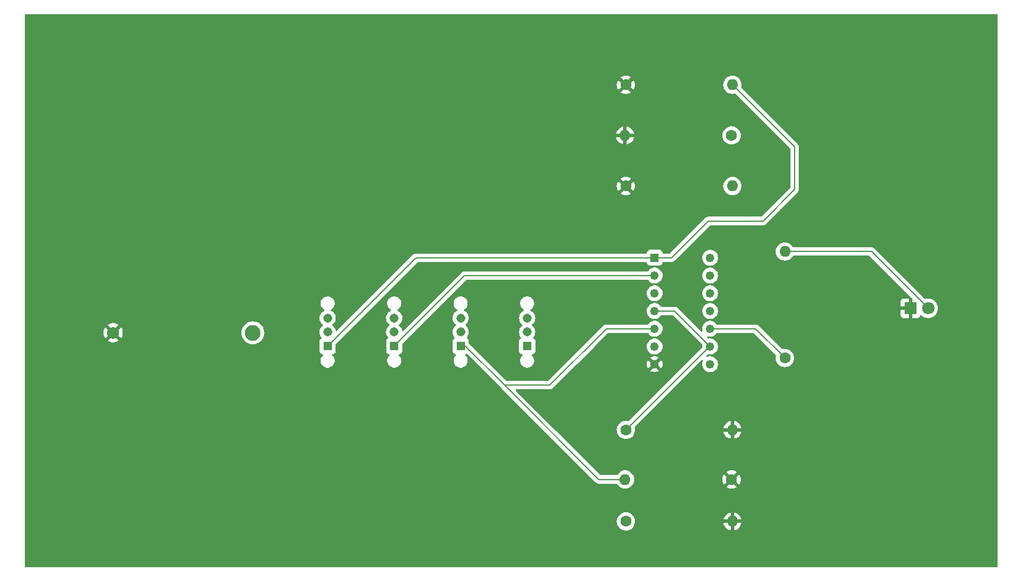
<source format=gbr>
%TF.GenerationSoftware,KiCad,Pcbnew,8.0.2*%
%TF.CreationDate,2024-05-23T15:12:35+02:00*%
%TF.ProjectId,gatemania_and,67617465-6d61-46e6-9961-5f616e642e6b,1.0*%
%TF.SameCoordinates,Original*%
%TF.FileFunction,Copper,L1,Top*%
%TF.FilePolarity,Positive*%
%FSLAX46Y46*%
G04 Gerber Fmt 4.6, Leading zero omitted, Abs format (unit mm)*
G04 Created by KiCad (PCBNEW 8.0.2) date 2024-05-23 15:12:35*
%MOMM*%
%LPD*%
G01*
G04 APERTURE LIST*
%TA.AperFunction,ComponentPad*%
%ADD10C,1.600000*%
%TD*%
%TA.AperFunction,ComponentPad*%
%ADD11O,1.600000X1.600000*%
%TD*%
%TA.AperFunction,ComponentPad*%
%ADD12R,1.248000X1.248000*%
%TD*%
%TA.AperFunction,ComponentPad*%
%ADD13C,1.248000*%
%TD*%
%TA.AperFunction,ComponentPad*%
%ADD14R,1.308000X1.308000*%
%TD*%
%TA.AperFunction,ComponentPad*%
%ADD15C,1.308000*%
%TD*%
%TA.AperFunction,ComponentPad*%
%ADD16R,1.800000X1.800000*%
%TD*%
%TA.AperFunction,ComponentPad*%
%ADD17C,1.800000*%
%TD*%
%TA.AperFunction,ComponentPad*%
%ADD18C,2.250000*%
%TD*%
%TA.AperFunction,ComponentPad*%
%ADD19C,1.755000*%
%TD*%
%TA.AperFunction,Conductor*%
%ADD20C,0.200000*%
%TD*%
G04 APERTURE END LIST*
D10*
%TO.P,R7,1*%
%TO.N,/LED*%
X175630000Y-105620000D03*
D11*
%TO.P,R7,2*%
%TO.N,Net-(D1-A)*%
X175630000Y-90380000D03*
%TD*%
D12*
%TO.P,U1,1,A*%
%TO.N,/SW1*%
X156992500Y-91260000D03*
D13*
%TO.P,U1,2,B*%
%TO.N,/SW2*%
X156992500Y-93800000D03*
%TO.P,U1,3,J=A.B*%
%TO.N,/SW1&SW2*%
X156992500Y-96340000D03*
%TO.P,U1,4,K=C.D*%
%TO.N,/SW3&SW4*%
X156992500Y-98880000D03*
%TO.P,U1,5,C*%
%TO.N,/SW3*%
X156992500Y-101420000D03*
%TO.P,U1,6,D*%
%TO.N,/SW4*%
X156992500Y-103960000D03*
%TO.P,U1,7,GND*%
%TO.N,GND*%
X156992500Y-106500000D03*
%TO.P,U1,8,E*%
%TO.N,/SW1&SW2*%
X164932500Y-106500000D03*
%TO.P,U1,9,F*%
%TO.N,/SW3&SW4*%
X164932500Y-103960000D03*
%TO.P,U1,10,L=E.F*%
%TO.N,/LED*%
X164932500Y-101420000D03*
%TO.P,U1,11,M=G.H*%
%TO.N,unconnected-(U1-M=G.H-Pad11)*%
X164932500Y-98880000D03*
%TO.P,U1,12,G*%
%TO.N,unconnected-(U1-G-Pad12)*%
X164932500Y-96340000D03*
%TO.P,U1,13,H*%
%TO.N,unconnected-(U1-H-Pad13)*%
X164932500Y-93800000D03*
%TO.P,U1,14,VDD*%
%TO.N,+3.3V*%
X164932500Y-91260000D03*
%TD*%
D14*
%TO.P,S4,1,1*%
%TO.N,/SW4*%
X138750000Y-103900000D03*
D15*
%TO.P,S4,2,2*%
%TO.N,+3.3V*%
X138750000Y-101900000D03*
%TO.P,S4,3,3*%
%TO.N,unconnected-(S4-Pad3)*%
X138750000Y-99900000D03*
%TD*%
D14*
%TO.P,S1,1,1*%
%TO.N,/SW1*%
X110200000Y-103900000D03*
D15*
%TO.P,S1,2,2*%
%TO.N,+3.3V*%
X110200000Y-101900000D03*
%TO.P,S1,3,3*%
%TO.N,unconnected-(S1-Pad3)*%
X110200000Y-99900000D03*
%TD*%
D14*
%TO.P,S3,1,1*%
%TO.N,/SW3*%
X129233332Y-103900000D03*
D15*
%TO.P,S3,2,2*%
%TO.N,+3.3V*%
X129233332Y-101900000D03*
%TO.P,S3,3,3*%
%TO.N,unconnected-(S3-Pad3)*%
X129233332Y-99900000D03*
%TD*%
D10*
%TO.P,R4,1*%
%TO.N,/SW3&SW4*%
X152880000Y-115900000D03*
D11*
%TO.P,R4,2*%
%TO.N,GND*%
X168120000Y-115900000D03*
%TD*%
D16*
%TO.P,D1,1,K*%
%TO.N,GND*%
X193590000Y-98500000D03*
D17*
%TO.P,D1,2,A*%
%TO.N,Net-(D1-A)*%
X196130000Y-98500000D03*
%TD*%
D10*
%TO.P,R3,1*%
%TO.N,GND*%
X152880000Y-81000000D03*
D11*
%TO.P,R3,2*%
%TO.N,/SW1&SW2*%
X168120000Y-81000000D03*
%TD*%
D10*
%TO.P,R1,1*%
%TO.N,GND*%
X152880000Y-66500000D03*
D11*
%TO.P,R1,2*%
%TO.N,/SW1*%
X168120000Y-66500000D03*
%TD*%
D10*
%TO.P,R5,1*%
%TO.N,GND*%
X168000000Y-123000000D03*
D11*
%TO.P,R5,2*%
%TO.N,/SW3*%
X152760000Y-123000000D03*
%TD*%
D10*
%TO.P,R2,1*%
%TO.N,/SW2*%
X168000000Y-73750000D03*
D11*
%TO.P,R2,2*%
%TO.N,GND*%
X152760000Y-73750000D03*
%TD*%
D10*
%TO.P,R6,1*%
%TO.N,/SW4*%
X152880000Y-129000000D03*
D11*
%TO.P,R6,2*%
%TO.N,GND*%
X168120000Y-129000000D03*
%TD*%
D18*
%TO.P,BT1,+*%
%TO.N,+3.3V*%
X99500000Y-102000000D03*
D19*
%TO.P,BT1,-*%
%TO.N,GND*%
X79500000Y-102000000D03*
%TD*%
D14*
%TO.P,S2,1,1*%
%TO.N,/SW2*%
X119716666Y-103900000D03*
D15*
%TO.P,S2,2,2*%
%TO.N,+3.3V*%
X119716666Y-101900000D03*
%TO.P,S2,3,3*%
%TO.N,unconnected-(S2-Pad3)*%
X119716666Y-99900000D03*
%TD*%
D20*
%TO.N,+3.3V*%
X110100000Y-102000000D02*
X110200000Y-101900000D01*
%TO.N,GND*%
X152880000Y-73630000D02*
X152760000Y-73750000D01*
X168120000Y-122880000D02*
X168000000Y-123000000D01*
X152760000Y-74260000D02*
X152880000Y-74380000D01*
X152760000Y-73750000D02*
X152760000Y-74260000D01*
%TO.N,Net-(D1-A)*%
X188010000Y-90380000D02*
X196130000Y-98500000D01*
X175630000Y-90380000D02*
X188010000Y-90380000D01*
%TO.N,/SW1*%
X177000000Y-75380000D02*
X168120000Y-66500000D01*
X156992500Y-91260000D02*
X122840000Y-91260000D01*
X122840000Y-91260000D02*
X110200000Y-103900000D01*
X164675635Y-86000000D02*
X172500000Y-86000000D01*
X159415635Y-91260000D02*
X164675635Y-86000000D01*
X172500000Y-86000000D02*
X177000000Y-81500000D01*
X177000000Y-81500000D02*
X177000000Y-75380000D01*
X156992500Y-91260000D02*
X159415635Y-91260000D01*
%TO.N,/SW2*%
X119716666Y-103900000D02*
X119716666Y-103783334D01*
X156992500Y-93800000D02*
X129816666Y-93800000D01*
X129816666Y-93800000D02*
X119716666Y-103900000D01*
%TO.N,/SW3&SW4*%
X152992500Y-115900000D02*
X152880000Y-115900000D01*
X164820000Y-103960000D02*
X164932500Y-103960000D01*
X159852500Y-98880000D02*
X156992500Y-98880000D01*
X152880000Y-115900000D02*
X164820000Y-103960000D01*
X164932500Y-103960000D02*
X159852500Y-98880000D01*
%TO.N,/SW3*%
X142000000Y-109500000D02*
X135500000Y-109500000D01*
X135500000Y-109500000D02*
X149000000Y-123000000D01*
X135500000Y-109500000D02*
X129900000Y-103900000D01*
X149000000Y-123000000D02*
X152760000Y-123000000D01*
X150080000Y-101420000D02*
X142000000Y-109500000D01*
X129900000Y-103900000D02*
X129233332Y-103900000D01*
X156992500Y-101420000D02*
X150080000Y-101420000D01*
%TO.N,/LED*%
X164932500Y-101420000D02*
X171430000Y-101420000D01*
X171430000Y-101420000D02*
X175630000Y-105620000D01*
%TD*%
%TA.AperFunction,Conductor*%
%TO.N,GND*%
G36*
X206042539Y-56420185D02*
G01*
X206088294Y-56472989D01*
X206099500Y-56524500D01*
X206099500Y-135475500D01*
X206079815Y-135542539D01*
X206027011Y-135588294D01*
X205975500Y-135599500D01*
X67024500Y-135599500D01*
X66957461Y-135579815D01*
X66911706Y-135527011D01*
X66900500Y-135475500D01*
X66900500Y-128999998D01*
X151574532Y-128999998D01*
X151574532Y-129000001D01*
X151594364Y-129226686D01*
X151594366Y-129226697D01*
X151653258Y-129446488D01*
X151653261Y-129446497D01*
X151749431Y-129652732D01*
X151749432Y-129652734D01*
X151879954Y-129839141D01*
X152040858Y-130000045D01*
X152040861Y-130000047D01*
X152227266Y-130130568D01*
X152433504Y-130226739D01*
X152653308Y-130285635D01*
X152815230Y-130299801D01*
X152879998Y-130305468D01*
X152880000Y-130305468D01*
X152880002Y-130305468D01*
X152936673Y-130300509D01*
X153106692Y-130285635D01*
X153326496Y-130226739D01*
X153532734Y-130130568D01*
X153719139Y-130000047D01*
X153880047Y-129839139D01*
X154010568Y-129652734D01*
X154106739Y-129446496D01*
X154165635Y-129226692D01*
X154185468Y-129000000D01*
X154165635Y-128773308D01*
X154159389Y-128749999D01*
X166841127Y-128749999D01*
X166841128Y-128750000D01*
X167804314Y-128750000D01*
X167799920Y-128754394D01*
X167747259Y-128845606D01*
X167720000Y-128947339D01*
X167720000Y-129052661D01*
X167747259Y-129154394D01*
X167799920Y-129245606D01*
X167804314Y-129250000D01*
X166841128Y-129250000D01*
X166893730Y-129446317D01*
X166893734Y-129446326D01*
X166989865Y-129652482D01*
X167120342Y-129838820D01*
X167281179Y-129999657D01*
X167467517Y-130130134D01*
X167673673Y-130226265D01*
X167673682Y-130226269D01*
X167869999Y-130278872D01*
X167870000Y-130278871D01*
X167870000Y-129315686D01*
X167874394Y-129320080D01*
X167965606Y-129372741D01*
X168067339Y-129400000D01*
X168172661Y-129400000D01*
X168274394Y-129372741D01*
X168365606Y-129320080D01*
X168370000Y-129315686D01*
X168370000Y-130278872D01*
X168566317Y-130226269D01*
X168566326Y-130226265D01*
X168772482Y-130130134D01*
X168958820Y-129999657D01*
X169119657Y-129838820D01*
X169250134Y-129652482D01*
X169346265Y-129446326D01*
X169346269Y-129446317D01*
X169398872Y-129250000D01*
X168435686Y-129250000D01*
X168440080Y-129245606D01*
X168492741Y-129154394D01*
X168520000Y-129052661D01*
X168520000Y-128947339D01*
X168492741Y-128845606D01*
X168440080Y-128754394D01*
X168435686Y-128750000D01*
X169398872Y-128750000D01*
X169398872Y-128749999D01*
X169346269Y-128553682D01*
X169346265Y-128553673D01*
X169250134Y-128347517D01*
X169119657Y-128161179D01*
X168958820Y-128000342D01*
X168772482Y-127869865D01*
X168566328Y-127773734D01*
X168370000Y-127721127D01*
X168370000Y-128684314D01*
X168365606Y-128679920D01*
X168274394Y-128627259D01*
X168172661Y-128600000D01*
X168067339Y-128600000D01*
X167965606Y-128627259D01*
X167874394Y-128679920D01*
X167870000Y-128684314D01*
X167870000Y-127721127D01*
X167673671Y-127773734D01*
X167467517Y-127869865D01*
X167281179Y-128000342D01*
X167120342Y-128161179D01*
X166989865Y-128347517D01*
X166893734Y-128553673D01*
X166893730Y-128553682D01*
X166841127Y-128749999D01*
X154159389Y-128749999D01*
X154106739Y-128553504D01*
X154010568Y-128347266D01*
X153880047Y-128160861D01*
X153880045Y-128160858D01*
X153719141Y-127999954D01*
X153532734Y-127869432D01*
X153532732Y-127869431D01*
X153326497Y-127773261D01*
X153326488Y-127773258D01*
X153106697Y-127714366D01*
X153106693Y-127714365D01*
X153106692Y-127714365D01*
X153106691Y-127714364D01*
X153106686Y-127714364D01*
X152880002Y-127694532D01*
X152879998Y-127694532D01*
X152653313Y-127714364D01*
X152653302Y-127714366D01*
X152433511Y-127773258D01*
X152433502Y-127773261D01*
X152227267Y-127869431D01*
X152227265Y-127869432D01*
X152040858Y-127999954D01*
X151879954Y-128160858D01*
X151749432Y-128347265D01*
X151749431Y-128347267D01*
X151653261Y-128553502D01*
X151653258Y-128553511D01*
X151594366Y-128773302D01*
X151594364Y-128773313D01*
X151574532Y-128999998D01*
X66900500Y-128999998D01*
X66900500Y-101999994D01*
X78117779Y-101999994D01*
X78117779Y-102000005D01*
X78136629Y-102227497D01*
X78136631Y-102227509D01*
X78192671Y-102448804D01*
X78284371Y-102657860D01*
X78365068Y-102781376D01*
X78947634Y-102198810D01*
X78954867Y-102225802D01*
X79031883Y-102359198D01*
X79140802Y-102468117D01*
X79274198Y-102545133D01*
X79301187Y-102552364D01*
X78717233Y-103136318D01*
X78743999Y-103157149D01*
X78944766Y-103265800D01*
X78944771Y-103265802D01*
X79160682Y-103339924D01*
X79385858Y-103377500D01*
X79614142Y-103377500D01*
X79839317Y-103339924D01*
X80055228Y-103265802D01*
X80055233Y-103265800D01*
X80256004Y-103157147D01*
X80282764Y-103136319D01*
X80282764Y-103136318D01*
X79698812Y-102552364D01*
X79725802Y-102545133D01*
X79859198Y-102468117D01*
X79968117Y-102359198D01*
X80045133Y-102225802D01*
X80052364Y-102198811D01*
X80634930Y-102781377D01*
X80715626Y-102657865D01*
X80807328Y-102448804D01*
X80863368Y-102227509D01*
X80863370Y-102227497D01*
X80882221Y-102000005D01*
X80882221Y-102000000D01*
X97869474Y-102000000D01*
X97889547Y-102255064D01*
X97889547Y-102255067D01*
X97889548Y-102255070D01*
X97931767Y-102430921D01*
X97949279Y-102503864D01*
X98047188Y-102740239D01*
X98047190Y-102740242D01*
X98180875Y-102958396D01*
X98180878Y-102958401D01*
X98219537Y-103003664D01*
X98347044Y-103152956D01*
X98471579Y-103259319D01*
X98541598Y-103319121D01*
X98541600Y-103319122D01*
X98541601Y-103319123D01*
X98617265Y-103365490D01*
X98759757Y-103452809D01*
X98759760Y-103452811D01*
X98966865Y-103538596D01*
X98996140Y-103550722D01*
X99244930Y-103610452D01*
X99500000Y-103630526D01*
X99755070Y-103610452D01*
X100003860Y-103550722D01*
X100157134Y-103487234D01*
X100240239Y-103452811D01*
X100240240Y-103452810D01*
X100240243Y-103452809D01*
X100458399Y-103319123D01*
X100652956Y-103152956D01*
X100819123Y-102958399D01*
X100952809Y-102740243D01*
X100960609Y-102721414D01*
X101033889Y-102544499D01*
X101050722Y-102503860D01*
X101110452Y-102255070D01*
X101130526Y-102000000D01*
X101110452Y-101744930D01*
X101050722Y-101496140D01*
X101019184Y-101420000D01*
X100952811Y-101259760D01*
X100952809Y-101259757D01*
X100819124Y-101041603D01*
X100819121Y-101041598D01*
X100731904Y-100939481D01*
X100652956Y-100847044D01*
X100520829Y-100734197D01*
X100458401Y-100680878D01*
X100458396Y-100680875D01*
X100240242Y-100547190D01*
X100240239Y-100547188D01*
X100003864Y-100449279D01*
X100003860Y-100449278D01*
X99755070Y-100389548D01*
X99755067Y-100389547D01*
X99755064Y-100389547D01*
X99500000Y-100369474D01*
X99244935Y-100389547D01*
X99244931Y-100389547D01*
X99244930Y-100389548D01*
X99163587Y-100409077D01*
X98996135Y-100449279D01*
X98759760Y-100547188D01*
X98759757Y-100547190D01*
X98541603Y-100680875D01*
X98541598Y-100680878D01*
X98347044Y-100847044D01*
X98180878Y-101041598D01*
X98180875Y-101041603D01*
X98047190Y-101259757D01*
X98047188Y-101259760D01*
X97949279Y-101496135D01*
X97949278Y-101496140D01*
X97890560Y-101740717D01*
X97889547Y-101744935D01*
X97869474Y-102000000D01*
X80882221Y-102000000D01*
X80882221Y-101999994D01*
X80863370Y-101772502D01*
X80863368Y-101772490D01*
X80807328Y-101551195D01*
X80715628Y-101342139D01*
X80634930Y-101218621D01*
X80052364Y-101801187D01*
X80045133Y-101774198D01*
X79968117Y-101640802D01*
X79859198Y-101531883D01*
X79725802Y-101454867D01*
X79698811Y-101447634D01*
X80282765Y-100863681D01*
X80282765Y-100863680D01*
X80256000Y-100842850D01*
X80055233Y-100734199D01*
X80055228Y-100734197D01*
X79839317Y-100660075D01*
X79614142Y-100622500D01*
X79385858Y-100622500D01*
X79160682Y-100660075D01*
X78944771Y-100734197D01*
X78944766Y-100734199D01*
X78743993Y-100842853D01*
X78717234Y-100863679D01*
X78717234Y-100863680D01*
X79301188Y-101447634D01*
X79274198Y-101454867D01*
X79140802Y-101531883D01*
X79031883Y-101640802D01*
X78954867Y-101774198D01*
X78947634Y-101801188D01*
X78365067Y-101218621D01*
X78284372Y-101342136D01*
X78192671Y-101551195D01*
X78136631Y-101772490D01*
X78136629Y-101772502D01*
X78117779Y-101999994D01*
X66900500Y-101999994D01*
X66900500Y-99899999D01*
X109040554Y-99899999D01*
X109040554Y-99900000D01*
X109060295Y-100113047D01*
X109060296Y-100113050D01*
X109118846Y-100318835D01*
X109118849Y-100318841D01*
X109214219Y-100510370D01*
X109343160Y-100681116D01*
X109482744Y-100808363D01*
X109519026Y-100868074D01*
X109517265Y-100937922D01*
X109482744Y-100991637D01*
X109343160Y-101118883D01*
X109214219Y-101289629D01*
X109118849Y-101481158D01*
X109118846Y-101481164D01*
X109060296Y-101686949D01*
X109060295Y-101686952D01*
X109040554Y-101899999D01*
X109040554Y-101900000D01*
X109060295Y-102113047D01*
X109060296Y-102113050D01*
X109118846Y-102318835D01*
X109118849Y-102318841D01*
X109214219Y-102510370D01*
X109312274Y-102640216D01*
X109336966Y-102705578D01*
X109322401Y-102773912D01*
X109287631Y-102814209D01*
X109188455Y-102888452D01*
X109188452Y-102888455D01*
X109102206Y-103003664D01*
X109102202Y-103003671D01*
X109051908Y-103138517D01*
X109045501Y-103198116D01*
X109045501Y-103198123D01*
X109045500Y-103198135D01*
X109045500Y-104601870D01*
X109045501Y-104601876D01*
X109051908Y-104661483D01*
X109102202Y-104796328D01*
X109102206Y-104796335D01*
X109188452Y-104911544D01*
X109188455Y-104911547D01*
X109303664Y-104997793D01*
X109303671Y-104997797D01*
X109348618Y-105014561D01*
X109438517Y-105048091D01*
X109445214Y-105048811D01*
X109509764Y-105075547D01*
X109549613Y-105132939D01*
X109552108Y-105202764D01*
X109519641Y-105259781D01*
X109419753Y-105359669D01*
X109309827Y-105524184D01*
X109309820Y-105524197D01*
X109234104Y-105706993D01*
X109234101Y-105707003D01*
X109195500Y-105901062D01*
X109195500Y-105901065D01*
X109195500Y-106098935D01*
X109195500Y-106098937D01*
X109195499Y-106098937D01*
X109234101Y-106292996D01*
X109234104Y-106293006D01*
X109309820Y-106475802D01*
X109309827Y-106475815D01*
X109419753Y-106640330D01*
X109419756Y-106640334D01*
X109559665Y-106780243D01*
X109559669Y-106780246D01*
X109724184Y-106890172D01*
X109724197Y-106890179D01*
X109906993Y-106965895D01*
X109906998Y-106965897D01*
X109907002Y-106965897D01*
X109907003Y-106965898D01*
X110101062Y-107004500D01*
X110101065Y-107004500D01*
X110298937Y-107004500D01*
X110429495Y-106978529D01*
X110493002Y-106965897D01*
X110675809Y-106890176D01*
X110840331Y-106780246D01*
X110980246Y-106640331D01*
X111090176Y-106475809D01*
X111100333Y-106451289D01*
X111107332Y-106434389D01*
X111165897Y-106293002D01*
X111204500Y-106098935D01*
X111204500Y-105901065D01*
X111204500Y-105901062D01*
X111165898Y-105707003D01*
X111165897Y-105707002D01*
X111165897Y-105706998D01*
X111129862Y-105620001D01*
X111090179Y-105524197D01*
X111090172Y-105524184D01*
X110980246Y-105359669D01*
X110980243Y-105359665D01*
X110880359Y-105259781D01*
X110846874Y-105198458D01*
X110851858Y-105128766D01*
X110893730Y-105072833D01*
X110954791Y-105048810D01*
X110961483Y-105048091D01*
X111096331Y-104997796D01*
X111211546Y-104911546D01*
X111297796Y-104796331D01*
X111348091Y-104661483D01*
X111354500Y-104601873D01*
X111354499Y-103646095D01*
X111374183Y-103579057D01*
X111390813Y-103558420D01*
X115049235Y-99899999D01*
X118557220Y-99899999D01*
X118557220Y-99900000D01*
X118576961Y-100113047D01*
X118576962Y-100113050D01*
X118635512Y-100318835D01*
X118635515Y-100318841D01*
X118730885Y-100510370D01*
X118859826Y-100681116D01*
X118999410Y-100808363D01*
X119035692Y-100868074D01*
X119033931Y-100937922D01*
X118999410Y-100991637D01*
X118859826Y-101118883D01*
X118730885Y-101289629D01*
X118635515Y-101481158D01*
X118635512Y-101481164D01*
X118576962Y-101686949D01*
X118576961Y-101686952D01*
X118557220Y-101899999D01*
X118557220Y-101900000D01*
X118576961Y-102113047D01*
X118576962Y-102113050D01*
X118635512Y-102318835D01*
X118635515Y-102318841D01*
X118730885Y-102510370D01*
X118828940Y-102640216D01*
X118853632Y-102705578D01*
X118839067Y-102773912D01*
X118804297Y-102814209D01*
X118705121Y-102888452D01*
X118705118Y-102888455D01*
X118618872Y-103003664D01*
X118618868Y-103003671D01*
X118568574Y-103138517D01*
X118562167Y-103198116D01*
X118562167Y-103198123D01*
X118562166Y-103198135D01*
X118562166Y-104601870D01*
X118562167Y-104601876D01*
X118568574Y-104661483D01*
X118618868Y-104796328D01*
X118618872Y-104796335D01*
X118705118Y-104911544D01*
X118705121Y-104911547D01*
X118820330Y-104997793D01*
X118820337Y-104997797D01*
X118865284Y-105014561D01*
X118955183Y-105048091D01*
X118961880Y-105048811D01*
X119026430Y-105075547D01*
X119066279Y-105132939D01*
X119068774Y-105202764D01*
X119036307Y-105259781D01*
X118936419Y-105359669D01*
X118826493Y-105524184D01*
X118826486Y-105524197D01*
X118750770Y-105706993D01*
X118750767Y-105707003D01*
X118712166Y-105901062D01*
X118712166Y-105901065D01*
X118712166Y-106098935D01*
X118712166Y-106098937D01*
X118712165Y-106098937D01*
X118750767Y-106292996D01*
X118750770Y-106293006D01*
X118826486Y-106475802D01*
X118826493Y-106475815D01*
X118936419Y-106640330D01*
X118936422Y-106640334D01*
X119076331Y-106780243D01*
X119076335Y-106780246D01*
X119240850Y-106890172D01*
X119240863Y-106890179D01*
X119423659Y-106965895D01*
X119423664Y-106965897D01*
X119423668Y-106965897D01*
X119423669Y-106965898D01*
X119617728Y-107004500D01*
X119617731Y-107004500D01*
X119815603Y-107004500D01*
X119946161Y-106978529D01*
X120009668Y-106965897D01*
X120192475Y-106890176D01*
X120356997Y-106780246D01*
X120496912Y-106640331D01*
X120606842Y-106475809D01*
X120616999Y-106451289D01*
X120623998Y-106434389D01*
X120682563Y-106293002D01*
X120721166Y-106098935D01*
X120721166Y-105901065D01*
X120721166Y-105901062D01*
X120682564Y-105707003D01*
X120682563Y-105707002D01*
X120682563Y-105706998D01*
X120646528Y-105620001D01*
X120606845Y-105524197D01*
X120606838Y-105524184D01*
X120496912Y-105359669D01*
X120496909Y-105359665D01*
X120397025Y-105259781D01*
X120363540Y-105198458D01*
X120368524Y-105128766D01*
X120410396Y-105072833D01*
X120471457Y-105048810D01*
X120478149Y-105048091D01*
X120612997Y-104997796D01*
X120728212Y-104911546D01*
X120814462Y-104796331D01*
X120864757Y-104661483D01*
X120871166Y-104601873D01*
X120871165Y-103646095D01*
X120890849Y-103579057D01*
X120907479Y-103558420D01*
X124565901Y-99899999D01*
X128073886Y-99899999D01*
X128073886Y-99900000D01*
X128093627Y-100113047D01*
X128093628Y-100113050D01*
X128152178Y-100318835D01*
X128152181Y-100318841D01*
X128247551Y-100510370D01*
X128376492Y-100681116D01*
X128516076Y-100808363D01*
X128552358Y-100868074D01*
X128550597Y-100937922D01*
X128516076Y-100991637D01*
X128376492Y-101118883D01*
X128247551Y-101289629D01*
X128152181Y-101481158D01*
X128152178Y-101481164D01*
X128093628Y-101686949D01*
X128093627Y-101686952D01*
X128073886Y-101899999D01*
X128073886Y-101900000D01*
X128093627Y-102113047D01*
X128093628Y-102113050D01*
X128152178Y-102318835D01*
X128152181Y-102318841D01*
X128247551Y-102510370D01*
X128345606Y-102640216D01*
X128370298Y-102705578D01*
X128355733Y-102773912D01*
X128320963Y-102814209D01*
X128221787Y-102888452D01*
X128221784Y-102888455D01*
X128135538Y-103003664D01*
X128135534Y-103003671D01*
X128085240Y-103138517D01*
X128078833Y-103198116D01*
X128078833Y-103198123D01*
X128078832Y-103198135D01*
X128078832Y-104601870D01*
X128078833Y-104601876D01*
X128085240Y-104661483D01*
X128135534Y-104796328D01*
X128135538Y-104796335D01*
X128221784Y-104911544D01*
X128221787Y-104911547D01*
X128336996Y-104997793D01*
X128337003Y-104997797D01*
X128381950Y-105014561D01*
X128471849Y-105048091D01*
X128478546Y-105048811D01*
X128543096Y-105075547D01*
X128582945Y-105132939D01*
X128585440Y-105202764D01*
X128552973Y-105259781D01*
X128453085Y-105359669D01*
X128343159Y-105524184D01*
X128343152Y-105524197D01*
X128267436Y-105706993D01*
X128267433Y-105707003D01*
X128228832Y-105901062D01*
X128228832Y-105901065D01*
X128228832Y-106098935D01*
X128228832Y-106098937D01*
X128228831Y-106098937D01*
X128267433Y-106292996D01*
X128267436Y-106293006D01*
X128343152Y-106475802D01*
X128343159Y-106475815D01*
X128453085Y-106640330D01*
X128453088Y-106640334D01*
X128592997Y-106780243D01*
X128593001Y-106780246D01*
X128757516Y-106890172D01*
X128757529Y-106890179D01*
X128940325Y-106965895D01*
X128940330Y-106965897D01*
X128940334Y-106965897D01*
X128940335Y-106965898D01*
X129134394Y-107004500D01*
X129134397Y-107004500D01*
X129332269Y-107004500D01*
X129462827Y-106978529D01*
X129526334Y-106965897D01*
X129709141Y-106890176D01*
X129873663Y-106780246D01*
X130013578Y-106640331D01*
X130123508Y-106475809D01*
X130133665Y-106451289D01*
X130140664Y-106434389D01*
X130199229Y-106293002D01*
X130237832Y-106098935D01*
X130237832Y-105901065D01*
X130237832Y-105901062D01*
X130199230Y-105707003D01*
X130199229Y-105707002D01*
X130199229Y-105706998D01*
X130163194Y-105620001D01*
X130123511Y-105524197D01*
X130123504Y-105524184D01*
X130013578Y-105359669D01*
X130013575Y-105359665D01*
X129913691Y-105259781D01*
X129880206Y-105198458D01*
X129885190Y-105128766D01*
X129927062Y-105072833D01*
X129988123Y-105048810D01*
X129994815Y-105048091D01*
X130068764Y-105020509D01*
X130138453Y-105015526D01*
X130199773Y-105049008D01*
X130199776Y-105049011D01*
X135015139Y-109864374D01*
X135015149Y-109864385D01*
X135019479Y-109868715D01*
X135019480Y-109868716D01*
X135131284Y-109980520D01*
X135131285Y-109980520D01*
X135138352Y-109987587D01*
X135138351Y-109987587D01*
X135138355Y-109987590D01*
X148515139Y-123364374D01*
X148515149Y-123364385D01*
X148519479Y-123368715D01*
X148519480Y-123368716D01*
X148631284Y-123480520D01*
X148718095Y-123530639D01*
X148718097Y-123530641D01*
X148756151Y-123552611D01*
X148768215Y-123559577D01*
X148920943Y-123600500D01*
X151528308Y-123600500D01*
X151595347Y-123620185D01*
X151629880Y-123653374D01*
X151715480Y-123775624D01*
X151759954Y-123839141D01*
X151920858Y-124000045D01*
X151920861Y-124000047D01*
X152107266Y-124130568D01*
X152313504Y-124226739D01*
X152533308Y-124285635D01*
X152695230Y-124299801D01*
X152759998Y-124305468D01*
X152760000Y-124305468D01*
X152760002Y-124305468D01*
X152816673Y-124300509D01*
X152986692Y-124285635D01*
X153206496Y-124226739D01*
X153412734Y-124130568D01*
X153599139Y-124000047D01*
X153760047Y-123839139D01*
X153890568Y-123652734D01*
X153986739Y-123446496D01*
X154045635Y-123226692D01*
X154065468Y-123000000D01*
X154065468Y-122999997D01*
X166695034Y-122999997D01*
X166695034Y-123000002D01*
X166714858Y-123226599D01*
X166714860Y-123226610D01*
X166773730Y-123446317D01*
X166773735Y-123446331D01*
X166869863Y-123652478D01*
X166920974Y-123725472D01*
X167600000Y-123046446D01*
X167600000Y-123052661D01*
X167627259Y-123154394D01*
X167679920Y-123245606D01*
X167754394Y-123320080D01*
X167845606Y-123372741D01*
X167947339Y-123400000D01*
X167953553Y-123400000D01*
X167274526Y-124079025D01*
X167347513Y-124130132D01*
X167347521Y-124130136D01*
X167553668Y-124226264D01*
X167553682Y-124226269D01*
X167773389Y-124285139D01*
X167773400Y-124285141D01*
X167999998Y-124304966D01*
X168000002Y-124304966D01*
X168226599Y-124285141D01*
X168226610Y-124285139D01*
X168446317Y-124226269D01*
X168446331Y-124226264D01*
X168652478Y-124130136D01*
X168725471Y-124079024D01*
X168046447Y-123400000D01*
X168052661Y-123400000D01*
X168154394Y-123372741D01*
X168245606Y-123320080D01*
X168320080Y-123245606D01*
X168372741Y-123154394D01*
X168400000Y-123052661D01*
X168400000Y-123046447D01*
X169079024Y-123725471D01*
X169130136Y-123652478D01*
X169226264Y-123446331D01*
X169226269Y-123446317D01*
X169285139Y-123226610D01*
X169285141Y-123226599D01*
X169304966Y-123000002D01*
X169304966Y-122999997D01*
X169285141Y-122773400D01*
X169285139Y-122773389D01*
X169226269Y-122553682D01*
X169226264Y-122553668D01*
X169130136Y-122347521D01*
X169130132Y-122347513D01*
X169079025Y-122274526D01*
X168400000Y-122953551D01*
X168400000Y-122947339D01*
X168372741Y-122845606D01*
X168320080Y-122754394D01*
X168245606Y-122679920D01*
X168154394Y-122627259D01*
X168052661Y-122600000D01*
X168046448Y-122600000D01*
X168725472Y-121920974D01*
X168652478Y-121869863D01*
X168446331Y-121773735D01*
X168446317Y-121773730D01*
X168226610Y-121714860D01*
X168226599Y-121714858D01*
X168000002Y-121695034D01*
X167999998Y-121695034D01*
X167773400Y-121714858D01*
X167773389Y-121714860D01*
X167553682Y-121773730D01*
X167553673Y-121773734D01*
X167347516Y-121869866D01*
X167347512Y-121869868D01*
X167274526Y-121920973D01*
X167274526Y-121920974D01*
X167953553Y-122600000D01*
X167947339Y-122600000D01*
X167845606Y-122627259D01*
X167754394Y-122679920D01*
X167679920Y-122754394D01*
X167627259Y-122845606D01*
X167600000Y-122947339D01*
X167600000Y-122953552D01*
X166920974Y-122274526D01*
X166920973Y-122274526D01*
X166869868Y-122347512D01*
X166869866Y-122347516D01*
X166773734Y-122553673D01*
X166773730Y-122553682D01*
X166714860Y-122773389D01*
X166714858Y-122773400D01*
X166695034Y-122999997D01*
X154065468Y-122999997D01*
X154045635Y-122773308D01*
X153986739Y-122553504D01*
X153890568Y-122347266D01*
X153760047Y-122160861D01*
X153760045Y-122160858D01*
X153599141Y-121999954D01*
X153412734Y-121869432D01*
X153412732Y-121869431D01*
X153206497Y-121773261D01*
X153206488Y-121773258D01*
X152986697Y-121714366D01*
X152986693Y-121714365D01*
X152986692Y-121714365D01*
X152986691Y-121714364D01*
X152986686Y-121714364D01*
X152760002Y-121694532D01*
X152759998Y-121694532D01*
X152533313Y-121714364D01*
X152533302Y-121714366D01*
X152313511Y-121773258D01*
X152313502Y-121773261D01*
X152107267Y-121869431D01*
X152107265Y-121869432D01*
X151920858Y-121999954D01*
X151759954Y-122160858D01*
X151683450Y-122270118D01*
X151629881Y-122346624D01*
X151575307Y-122390248D01*
X151528308Y-122399500D01*
X149300097Y-122399500D01*
X149233058Y-122379815D01*
X149212416Y-122363181D01*
X142749233Y-115899998D01*
X151574532Y-115899998D01*
X151574532Y-115900001D01*
X151594364Y-116126686D01*
X151594366Y-116126697D01*
X151653258Y-116346488D01*
X151653261Y-116346497D01*
X151749431Y-116552732D01*
X151749432Y-116552734D01*
X151879954Y-116739141D01*
X152040858Y-116900045D01*
X152040861Y-116900047D01*
X152227266Y-117030568D01*
X152433504Y-117126739D01*
X152653308Y-117185635D01*
X152815230Y-117199801D01*
X152879998Y-117205468D01*
X152880000Y-117205468D01*
X152880002Y-117205468D01*
X152936673Y-117200509D01*
X153106692Y-117185635D01*
X153326496Y-117126739D01*
X153532734Y-117030568D01*
X153719139Y-116900047D01*
X153880047Y-116739139D01*
X154010568Y-116552734D01*
X154106739Y-116346496D01*
X154165635Y-116126692D01*
X154185468Y-115900000D01*
X154165635Y-115673308D01*
X154159389Y-115649999D01*
X166841127Y-115649999D01*
X166841128Y-115650000D01*
X167804314Y-115650000D01*
X167799920Y-115654394D01*
X167747259Y-115745606D01*
X167720000Y-115847339D01*
X167720000Y-115952661D01*
X167747259Y-116054394D01*
X167799920Y-116145606D01*
X167804314Y-116150000D01*
X166841128Y-116150000D01*
X166893730Y-116346317D01*
X166893734Y-116346326D01*
X166989865Y-116552482D01*
X167120342Y-116738820D01*
X167281179Y-116899657D01*
X167467517Y-117030134D01*
X167673673Y-117126265D01*
X167673682Y-117126269D01*
X167869999Y-117178872D01*
X167870000Y-117178871D01*
X167870000Y-116215686D01*
X167874394Y-116220080D01*
X167965606Y-116272741D01*
X168067339Y-116300000D01*
X168172661Y-116300000D01*
X168274394Y-116272741D01*
X168365606Y-116220080D01*
X168370000Y-116215686D01*
X168370000Y-117178872D01*
X168566317Y-117126269D01*
X168566326Y-117126265D01*
X168772482Y-117030134D01*
X168958820Y-116899657D01*
X169119657Y-116738820D01*
X169250134Y-116552482D01*
X169346265Y-116346326D01*
X169346269Y-116346317D01*
X169398872Y-116150000D01*
X168435686Y-116150000D01*
X168440080Y-116145606D01*
X168492741Y-116054394D01*
X168520000Y-115952661D01*
X168520000Y-115847339D01*
X168492741Y-115745606D01*
X168440080Y-115654394D01*
X168435686Y-115650000D01*
X169398872Y-115650000D01*
X169398872Y-115649999D01*
X169346269Y-115453682D01*
X169346265Y-115453673D01*
X169250134Y-115247517D01*
X169119657Y-115061179D01*
X168958820Y-114900342D01*
X168772482Y-114769865D01*
X168566328Y-114673734D01*
X168370000Y-114621127D01*
X168370000Y-115584314D01*
X168365606Y-115579920D01*
X168274394Y-115527259D01*
X168172661Y-115500000D01*
X168067339Y-115500000D01*
X167965606Y-115527259D01*
X167874394Y-115579920D01*
X167870000Y-115584314D01*
X167870000Y-114621127D01*
X167673671Y-114673734D01*
X167467517Y-114769865D01*
X167281179Y-114900342D01*
X167120342Y-115061179D01*
X166989865Y-115247517D01*
X166893734Y-115453673D01*
X166893730Y-115453682D01*
X166841127Y-115649999D01*
X154159389Y-115649999D01*
X154139847Y-115577066D01*
X154141510Y-115507217D01*
X154171939Y-115457294D01*
X163681376Y-105947857D01*
X163742697Y-105914374D01*
X163812389Y-105919358D01*
X163868322Y-105961230D01*
X163892739Y-106026694D01*
X163880917Y-106086466D01*
X163881514Y-106086697D01*
X163880202Y-106090081D01*
X163880061Y-106090799D01*
X163879447Y-106092031D01*
X163879444Y-106092038D01*
X163822411Y-106292493D01*
X163803183Y-106499999D01*
X163803183Y-106500000D01*
X163822411Y-106707506D01*
X163822411Y-106707508D01*
X163822412Y-106707511D01*
X163879443Y-106907956D01*
X163879444Y-106907959D01*
X163972335Y-107094509D01*
X164097926Y-107260818D01*
X164251933Y-107401213D01*
X164251935Y-107401215D01*
X164429116Y-107510921D01*
X164429118Y-107510922D01*
X164429120Y-107510923D01*
X164623448Y-107586206D01*
X164828300Y-107624500D01*
X164828302Y-107624500D01*
X165036698Y-107624500D01*
X165036700Y-107624500D01*
X165241552Y-107586206D01*
X165435880Y-107510923D01*
X165613066Y-107401214D01*
X165767075Y-107260816D01*
X165892665Y-107094509D01*
X165985557Y-106907956D01*
X166042588Y-106707511D01*
X166061817Y-106500000D01*
X166042588Y-106292489D01*
X165985557Y-106092044D01*
X165892665Y-105905491D01*
X165767075Y-105739184D01*
X165767073Y-105739181D01*
X165613066Y-105598786D01*
X165613064Y-105598784D01*
X165435883Y-105489078D01*
X165435874Y-105489074D01*
X165242801Y-105414278D01*
X165241552Y-105413794D01*
X165036700Y-105375500D01*
X164828300Y-105375500D01*
X164623448Y-105413794D01*
X164623445Y-105413794D01*
X164623445Y-105413795D01*
X164505546Y-105459469D01*
X164435923Y-105465330D01*
X164374183Y-105432620D01*
X164339928Y-105371724D01*
X164344035Y-105301975D01*
X164373070Y-105256163D01*
X164543178Y-105086055D01*
X164604499Y-105052572D01*
X164653640Y-105051850D01*
X164828300Y-105084500D01*
X164828301Y-105084500D01*
X165036698Y-105084500D01*
X165036700Y-105084500D01*
X165241552Y-105046206D01*
X165435880Y-104970923D01*
X165613066Y-104861214D01*
X165767075Y-104720816D01*
X165892665Y-104554509D01*
X165985557Y-104367956D01*
X166042588Y-104167511D01*
X166061817Y-103960000D01*
X166042588Y-103752489D01*
X165985557Y-103552044D01*
X165892665Y-103365491D01*
X165767075Y-103199184D01*
X165767073Y-103199181D01*
X165613066Y-103058786D01*
X165613064Y-103058784D01*
X165435883Y-102949078D01*
X165435874Y-102949074D01*
X165279389Y-102888452D01*
X165241552Y-102873794D01*
X165036700Y-102835500D01*
X164828300Y-102835500D01*
X164787191Y-102843184D01*
X164748423Y-102850431D01*
X164678908Y-102843399D01*
X164637958Y-102816223D01*
X164543149Y-102721414D01*
X164509664Y-102660091D01*
X164514648Y-102590399D01*
X164556520Y-102534466D01*
X164621984Y-102510049D01*
X164653612Y-102511844D01*
X164828300Y-102544500D01*
X164828301Y-102544500D01*
X165036698Y-102544500D01*
X165036700Y-102544500D01*
X165241552Y-102506206D01*
X165435880Y-102430923D01*
X165613066Y-102321214D01*
X165767075Y-102180816D01*
X165850932Y-102069772D01*
X165907040Y-102028137D01*
X165949885Y-102020500D01*
X171129903Y-102020500D01*
X171196942Y-102040185D01*
X171217584Y-102056819D01*
X174338058Y-105177293D01*
X174371543Y-105238616D01*
X174370152Y-105297067D01*
X174344366Y-105393302D01*
X174344364Y-105393313D01*
X174324532Y-105619998D01*
X174324532Y-105620001D01*
X174344364Y-105846686D01*
X174344366Y-105846697D01*
X174403258Y-106066488D01*
X174403261Y-106066497D01*
X174499431Y-106272732D01*
X174499432Y-106272734D01*
X174629954Y-106459141D01*
X174790858Y-106620045D01*
X174790861Y-106620047D01*
X174977266Y-106750568D01*
X175183504Y-106846739D01*
X175403308Y-106905635D01*
X175565230Y-106919801D01*
X175629998Y-106925468D01*
X175630000Y-106925468D01*
X175630002Y-106925468D01*
X175686673Y-106920509D01*
X175856692Y-106905635D01*
X176076496Y-106846739D01*
X176282734Y-106750568D01*
X176469139Y-106620047D01*
X176630047Y-106459139D01*
X176760568Y-106272734D01*
X176856739Y-106066496D01*
X176915635Y-105846692D01*
X176935468Y-105620000D01*
X176915635Y-105393308D01*
X176856739Y-105173504D01*
X176760568Y-104967266D01*
X176630047Y-104780861D01*
X176630045Y-104780858D01*
X176469141Y-104619954D01*
X176282734Y-104489432D01*
X176282732Y-104489431D01*
X176076497Y-104393261D01*
X176076488Y-104393258D01*
X175856697Y-104334366D01*
X175856693Y-104334365D01*
X175856692Y-104334365D01*
X175856691Y-104334364D01*
X175856686Y-104334364D01*
X175630002Y-104314532D01*
X175629998Y-104314532D01*
X175403313Y-104334364D01*
X175403302Y-104334366D01*
X175307067Y-104360152D01*
X175237217Y-104358489D01*
X175187293Y-104328058D01*
X171917590Y-101058355D01*
X171917588Y-101058352D01*
X171798717Y-100939481D01*
X171798716Y-100939480D01*
X171711904Y-100889360D01*
X171711904Y-100889359D01*
X171711900Y-100889358D01*
X171661785Y-100860423D01*
X171509057Y-100819499D01*
X171350943Y-100819499D01*
X171343347Y-100819499D01*
X171343331Y-100819500D01*
X165949885Y-100819500D01*
X165882846Y-100799815D01*
X165850931Y-100770227D01*
X165823722Y-100734197D01*
X165797868Y-100699961D01*
X165767073Y-100659181D01*
X165613066Y-100518786D01*
X165613064Y-100518784D01*
X165435883Y-100409078D01*
X165435874Y-100409074D01*
X165290134Y-100352614D01*
X165241552Y-100333794D01*
X165036700Y-100295500D01*
X164828300Y-100295500D01*
X164623448Y-100333794D01*
X164623445Y-100333794D01*
X164623445Y-100333795D01*
X164429125Y-100409074D01*
X164429116Y-100409078D01*
X164251935Y-100518784D01*
X164251933Y-100518786D01*
X164097926Y-100659181D01*
X163972335Y-100825490D01*
X163879444Y-101012040D01*
X163822411Y-101212493D01*
X163803183Y-101419999D01*
X163803183Y-101420000D01*
X163822411Y-101627506D01*
X163822411Y-101627508D01*
X163822412Y-101627511D01*
X163840149Y-101689854D01*
X163839562Y-101759720D01*
X163801295Y-101818178D01*
X163737498Y-101846668D01*
X163668425Y-101836143D01*
X163633202Y-101811467D01*
X160701734Y-98879999D01*
X163803183Y-98879999D01*
X163803183Y-98880000D01*
X163822411Y-99087506D01*
X163822411Y-99087508D01*
X163822412Y-99087511D01*
X163879443Y-99287956D01*
X163879444Y-99287959D01*
X163972335Y-99474509D01*
X164097926Y-99640818D01*
X164251933Y-99781213D01*
X164251935Y-99781215D01*
X164429116Y-99890921D01*
X164429118Y-99890922D01*
X164429120Y-99890923D01*
X164623448Y-99966206D01*
X164828300Y-100004500D01*
X164828302Y-100004500D01*
X165036698Y-100004500D01*
X165036700Y-100004500D01*
X165241552Y-99966206D01*
X165435880Y-99890923D01*
X165613066Y-99781214D01*
X165767075Y-99640816D01*
X165892665Y-99474509D01*
X165985557Y-99287956D01*
X166042588Y-99087511D01*
X166061817Y-98880000D01*
X166042588Y-98672489D01*
X165985557Y-98472044D01*
X165892665Y-98285491D01*
X165767075Y-98119184D01*
X165767073Y-98119181D01*
X165613066Y-97978786D01*
X165613064Y-97978784D01*
X165435883Y-97869078D01*
X165435874Y-97869074D01*
X165290134Y-97812614D01*
X165241552Y-97793794D01*
X165036700Y-97755500D01*
X164828300Y-97755500D01*
X164623448Y-97793794D01*
X164623445Y-97793794D01*
X164623445Y-97793795D01*
X164429125Y-97869074D01*
X164429116Y-97869078D01*
X164251935Y-97978784D01*
X164251933Y-97978786D01*
X164097926Y-98119181D01*
X163972335Y-98285490D01*
X163879444Y-98472040D01*
X163822411Y-98672493D01*
X163803183Y-98879999D01*
X160701734Y-98879999D01*
X160340090Y-98518355D01*
X160340088Y-98518352D01*
X160221217Y-98399481D01*
X160221216Y-98399480D01*
X160134404Y-98349360D01*
X160134404Y-98349359D01*
X160134400Y-98349358D01*
X160084285Y-98320423D01*
X159931557Y-98279499D01*
X159773443Y-98279499D01*
X159765847Y-98279499D01*
X159765831Y-98279500D01*
X158009885Y-98279500D01*
X157942846Y-98259815D01*
X157910931Y-98230227D01*
X157827073Y-98119181D01*
X157673066Y-97978786D01*
X157673064Y-97978784D01*
X157495883Y-97869078D01*
X157495874Y-97869074D01*
X157350134Y-97812614D01*
X157301552Y-97793794D01*
X157096700Y-97755500D01*
X156888300Y-97755500D01*
X156683448Y-97793794D01*
X156683445Y-97793794D01*
X156683445Y-97793795D01*
X156489125Y-97869074D01*
X156489116Y-97869078D01*
X156311935Y-97978784D01*
X156311933Y-97978786D01*
X156157926Y-98119181D01*
X156032335Y-98285490D01*
X155939444Y-98472040D01*
X155882411Y-98672493D01*
X155863183Y-98879999D01*
X155863183Y-98880000D01*
X155882411Y-99087506D01*
X155882411Y-99087508D01*
X155882412Y-99087511D01*
X155939443Y-99287956D01*
X155939444Y-99287959D01*
X156032335Y-99474509D01*
X156157926Y-99640818D01*
X156311933Y-99781213D01*
X156311935Y-99781215D01*
X156489116Y-99890921D01*
X156489118Y-99890922D01*
X156489120Y-99890923D01*
X156683448Y-99966206D01*
X156888300Y-100004500D01*
X156888302Y-100004500D01*
X157096698Y-100004500D01*
X157096700Y-100004500D01*
X157301552Y-99966206D01*
X157495880Y-99890923D01*
X157673066Y-99781214D01*
X157827075Y-99640816D01*
X157910932Y-99529772D01*
X157967040Y-99488137D01*
X158009885Y-99480500D01*
X159552403Y-99480500D01*
X159619442Y-99500185D01*
X159640084Y-99516819D01*
X163785774Y-103662509D01*
X163819259Y-103723832D01*
X163821564Y-103761631D01*
X163803183Y-103959999D01*
X163803183Y-103960002D01*
X163812023Y-104055409D01*
X163798608Y-104123978D01*
X163776233Y-104154530D01*
X153322705Y-114608058D01*
X153261382Y-114641543D01*
X153202931Y-114640152D01*
X153106697Y-114614366D01*
X153106693Y-114614365D01*
X153106692Y-114614365D01*
X153106691Y-114614364D01*
X153106686Y-114614364D01*
X152880002Y-114594532D01*
X152879998Y-114594532D01*
X152653313Y-114614364D01*
X152653302Y-114614366D01*
X152433511Y-114673258D01*
X152433502Y-114673261D01*
X152227267Y-114769431D01*
X152227265Y-114769432D01*
X152040858Y-114899954D01*
X151879954Y-115060858D01*
X151749432Y-115247265D01*
X151749431Y-115247267D01*
X151653261Y-115453502D01*
X151653258Y-115453511D01*
X151594366Y-115673302D01*
X151594364Y-115673313D01*
X151574532Y-115899998D01*
X142749233Y-115899998D01*
X137161416Y-110312181D01*
X137127931Y-110250858D01*
X137132915Y-110181166D01*
X137174787Y-110125233D01*
X137240251Y-110100816D01*
X137249097Y-110100500D01*
X141913331Y-110100500D01*
X141913347Y-110100501D01*
X141920943Y-110100501D01*
X142079054Y-110100501D01*
X142079057Y-110100501D01*
X142231785Y-110059577D01*
X142281904Y-110030639D01*
X142368716Y-109980520D01*
X142480520Y-109868716D01*
X142480520Y-109868714D01*
X142490728Y-109858507D01*
X142490729Y-109858504D01*
X145849235Y-106499999D01*
X155863685Y-106499999D01*
X155863685Y-106500000D01*
X155882904Y-106707414D01*
X155939912Y-106907778D01*
X156032761Y-107094242D01*
X156032762Y-107094245D01*
X156037899Y-107101046D01*
X156622500Y-106516446D01*
X156622500Y-106548711D01*
X156647715Y-106642815D01*
X156696426Y-106727186D01*
X156765314Y-106796074D01*
X156849685Y-106844785D01*
X156943789Y-106870000D01*
X156976053Y-106870000D01*
X156394377Y-107451673D01*
X156394378Y-107451674D01*
X156489338Y-107510470D01*
X156489345Y-107510474D01*
X156683582Y-107585721D01*
X156888348Y-107624000D01*
X157096652Y-107624000D01*
X157301417Y-107585721D01*
X157495653Y-107510475D01*
X157495654Y-107510474D01*
X157590621Y-107451673D01*
X157008948Y-106870000D01*
X157041211Y-106870000D01*
X157135315Y-106844785D01*
X157219686Y-106796074D01*
X157288574Y-106727186D01*
X157337285Y-106642815D01*
X157362500Y-106548711D01*
X157362500Y-106516447D01*
X157947099Y-107101046D01*
X157952238Y-107094244D01*
X158045087Y-106907778D01*
X158102095Y-106707414D01*
X158121315Y-106500000D01*
X158121315Y-106499999D01*
X158102095Y-106292585D01*
X158045087Y-106092221D01*
X157952238Y-105905757D01*
X157952236Y-105905752D01*
X157947100Y-105898952D01*
X157947099Y-105898952D01*
X157362500Y-106483551D01*
X157362500Y-106451289D01*
X157337285Y-106357185D01*
X157288574Y-106272814D01*
X157219686Y-106203926D01*
X157135315Y-106155215D01*
X157041211Y-106130000D01*
X157008948Y-106130000D01*
X157590621Y-105548325D01*
X157495653Y-105489525D01*
X157495654Y-105489525D01*
X157301417Y-105414278D01*
X157096652Y-105376000D01*
X156888348Y-105376000D01*
X156683582Y-105414278D01*
X156489347Y-105489524D01*
X156489344Y-105489526D01*
X156394377Y-105548325D01*
X156976053Y-106130000D01*
X156943789Y-106130000D01*
X156849685Y-106155215D01*
X156765314Y-106203926D01*
X156696426Y-106272814D01*
X156647715Y-106357185D01*
X156622500Y-106451289D01*
X156622500Y-106483552D01*
X156037899Y-105898951D01*
X156032763Y-105905752D01*
X155939912Y-106092221D01*
X155882904Y-106292585D01*
X155863685Y-106499999D01*
X145849235Y-106499999D01*
X148389236Y-103959999D01*
X155863183Y-103959999D01*
X155863183Y-103960000D01*
X155882411Y-104167506D01*
X155882411Y-104167508D01*
X155882412Y-104167511D01*
X155937223Y-104360152D01*
X155939444Y-104367959D01*
X156032335Y-104554509D01*
X156157926Y-104720818D01*
X156311933Y-104861213D01*
X156311935Y-104861215D01*
X156489116Y-104970921D01*
X156489118Y-104970922D01*
X156489120Y-104970923D01*
X156683448Y-105046206D01*
X156888300Y-105084500D01*
X156888302Y-105084500D01*
X157096698Y-105084500D01*
X157096700Y-105084500D01*
X157301552Y-105046206D01*
X157495880Y-104970923D01*
X157673066Y-104861214D01*
X157827075Y-104720816D01*
X157952665Y-104554509D01*
X158045557Y-104367956D01*
X158102588Y-104167511D01*
X158121817Y-103960000D01*
X158102588Y-103752489D01*
X158045557Y-103552044D01*
X157952665Y-103365491D01*
X157827075Y-103199184D01*
X157827073Y-103199181D01*
X157673066Y-103058786D01*
X157673064Y-103058784D01*
X157495883Y-102949078D01*
X157495874Y-102949074D01*
X157339389Y-102888452D01*
X157301552Y-102873794D01*
X157096700Y-102835500D01*
X156888300Y-102835500D01*
X156683448Y-102873794D01*
X156683445Y-102873794D01*
X156683445Y-102873795D01*
X156489125Y-102949074D01*
X156489116Y-102949078D01*
X156311935Y-103058784D01*
X156311933Y-103058786D01*
X156157926Y-103199181D01*
X156032335Y-103365490D01*
X155939444Y-103552040D01*
X155882411Y-103752493D01*
X155863183Y-103959999D01*
X148389236Y-103959999D01*
X150292417Y-102056819D01*
X150353740Y-102023334D01*
X150380098Y-102020500D01*
X155975115Y-102020500D01*
X156042154Y-102040185D01*
X156074069Y-102069773D01*
X156157926Y-102180818D01*
X156311933Y-102321213D01*
X156311935Y-102321215D01*
X156489116Y-102430921D01*
X156489118Y-102430922D01*
X156489120Y-102430923D01*
X156683448Y-102506206D01*
X156888300Y-102544500D01*
X156888302Y-102544500D01*
X157096698Y-102544500D01*
X157096700Y-102544500D01*
X157301552Y-102506206D01*
X157495880Y-102430923D01*
X157673066Y-102321214D01*
X157827075Y-102180816D01*
X157952665Y-102014509D01*
X158045557Y-101827956D01*
X158102588Y-101627511D01*
X158121817Y-101420000D01*
X158102588Y-101212489D01*
X158045557Y-101012044D01*
X157952665Y-100825491D01*
X157883723Y-100734197D01*
X157827073Y-100659181D01*
X157673066Y-100518786D01*
X157673064Y-100518784D01*
X157495883Y-100409078D01*
X157495874Y-100409074D01*
X157350134Y-100352614D01*
X157301552Y-100333794D01*
X157096700Y-100295500D01*
X156888300Y-100295500D01*
X156683448Y-100333794D01*
X156683445Y-100333794D01*
X156683445Y-100333795D01*
X156489125Y-100409074D01*
X156489116Y-100409078D01*
X156311935Y-100518784D01*
X156311933Y-100518786D01*
X156157926Y-100659181D01*
X156074069Y-100770227D01*
X156017960Y-100811863D01*
X155975115Y-100819500D01*
X150166670Y-100819500D01*
X150166654Y-100819499D01*
X150159058Y-100819499D01*
X150000943Y-100819499D01*
X149924579Y-100839961D01*
X149848214Y-100860423D01*
X149848209Y-100860426D01*
X149711290Y-100939475D01*
X149711282Y-100939481D01*
X141787584Y-108863181D01*
X141726261Y-108896666D01*
X141699903Y-108899500D01*
X135800097Y-108899500D01*
X135733058Y-108879815D01*
X135712416Y-108863181D01*
X130424150Y-103574915D01*
X130390665Y-103513592D01*
X130387831Y-103487234D01*
X130387831Y-103198129D01*
X130387830Y-103198123D01*
X130387829Y-103198116D01*
X130381423Y-103138517D01*
X130380603Y-103136319D01*
X130331129Y-103003671D01*
X130331125Y-103003664D01*
X130244879Y-102888456D01*
X130244880Y-102888456D01*
X130244878Y-102888454D01*
X130145698Y-102814208D01*
X130103829Y-102758276D01*
X130098845Y-102688584D01*
X130121055Y-102640218D01*
X130219113Y-102510370D01*
X130314483Y-102318840D01*
X130314483Y-102318837D01*
X130314485Y-102318835D01*
X130373035Y-102113050D01*
X130373036Y-102113047D01*
X130392778Y-101900000D01*
X130392778Y-101899999D01*
X130373036Y-101686952D01*
X130373035Y-101686949D01*
X130314485Y-101481164D01*
X130314482Y-101481158D01*
X130284029Y-101420000D01*
X130219113Y-101289630D01*
X130090173Y-101118886D01*
X129950583Y-100991633D01*
X129914305Y-100931927D01*
X129916065Y-100862079D01*
X129950583Y-100808366D01*
X130090173Y-100681114D01*
X130219113Y-100510370D01*
X130314483Y-100318840D01*
X130314483Y-100318837D01*
X130314485Y-100318835D01*
X130373035Y-100113050D01*
X130373036Y-100113047D01*
X130392778Y-99900000D01*
X130392778Y-99899999D01*
X137590554Y-99899999D01*
X137590554Y-99900000D01*
X137610295Y-100113047D01*
X137610296Y-100113050D01*
X137668846Y-100318835D01*
X137668849Y-100318841D01*
X137764219Y-100510370D01*
X137893160Y-100681116D01*
X138032744Y-100808363D01*
X138069026Y-100868074D01*
X138067265Y-100937922D01*
X138032744Y-100991637D01*
X137893160Y-101118883D01*
X137764219Y-101289629D01*
X137668849Y-101481158D01*
X137668846Y-101481164D01*
X137610296Y-101686949D01*
X137610295Y-101686952D01*
X137590554Y-101899999D01*
X137590554Y-101900000D01*
X137610295Y-102113047D01*
X137610296Y-102113050D01*
X137668846Y-102318835D01*
X137668849Y-102318841D01*
X137764219Y-102510370D01*
X137862274Y-102640216D01*
X137886966Y-102705578D01*
X137872401Y-102773912D01*
X137837631Y-102814209D01*
X137738455Y-102888452D01*
X137738452Y-102888455D01*
X137652206Y-103003664D01*
X137652202Y-103003671D01*
X137601908Y-103138517D01*
X137595501Y-103198116D01*
X137595501Y-103198123D01*
X137595500Y-103198135D01*
X137595500Y-104601870D01*
X137595501Y-104601876D01*
X137601908Y-104661483D01*
X137652202Y-104796328D01*
X137652206Y-104796335D01*
X137738452Y-104911544D01*
X137738455Y-104911547D01*
X137853664Y-104997793D01*
X137853671Y-104997797D01*
X137898618Y-105014561D01*
X137988517Y-105048091D01*
X137995214Y-105048811D01*
X138059764Y-105075547D01*
X138099613Y-105132939D01*
X138102108Y-105202764D01*
X138069641Y-105259781D01*
X137969753Y-105359669D01*
X137859827Y-105524184D01*
X137859820Y-105524197D01*
X137784104Y-105706993D01*
X137784101Y-105707003D01*
X137745500Y-105901062D01*
X137745500Y-105901065D01*
X137745500Y-106098935D01*
X137745500Y-106098937D01*
X137745499Y-106098937D01*
X137784101Y-106292996D01*
X137784104Y-106293006D01*
X137859820Y-106475802D01*
X137859827Y-106475815D01*
X137969753Y-106640330D01*
X137969756Y-106640334D01*
X138109665Y-106780243D01*
X138109669Y-106780246D01*
X138274184Y-106890172D01*
X138274197Y-106890179D01*
X138456993Y-106965895D01*
X138456998Y-106965897D01*
X138457002Y-106965897D01*
X138457003Y-106965898D01*
X138651062Y-107004500D01*
X138651065Y-107004500D01*
X138848937Y-107004500D01*
X138979495Y-106978529D01*
X139043002Y-106965897D01*
X139225809Y-106890176D01*
X139390331Y-106780246D01*
X139530246Y-106640331D01*
X139640176Y-106475809D01*
X139650333Y-106451289D01*
X139657332Y-106434389D01*
X139715897Y-106293002D01*
X139754500Y-106098935D01*
X139754500Y-105901065D01*
X139754500Y-105901062D01*
X139715898Y-105707003D01*
X139715897Y-105707002D01*
X139715897Y-105706998D01*
X139679862Y-105620001D01*
X139640179Y-105524197D01*
X139640172Y-105524184D01*
X139530246Y-105359669D01*
X139530243Y-105359665D01*
X139430359Y-105259781D01*
X139396874Y-105198458D01*
X139401858Y-105128766D01*
X139443730Y-105072833D01*
X139504791Y-105048810D01*
X139511483Y-105048091D01*
X139646331Y-104997796D01*
X139761546Y-104911546D01*
X139847796Y-104796331D01*
X139898091Y-104661483D01*
X139904500Y-104601873D01*
X139904499Y-103198128D01*
X139898091Y-103138517D01*
X139897271Y-103136319D01*
X139847797Y-103003671D01*
X139847793Y-103003664D01*
X139761547Y-102888456D01*
X139761548Y-102888456D01*
X139761546Y-102888454D01*
X139662366Y-102814208D01*
X139620497Y-102758276D01*
X139615513Y-102688584D01*
X139637723Y-102640218D01*
X139735781Y-102510370D01*
X139831151Y-102318840D01*
X139831151Y-102318837D01*
X139831153Y-102318835D01*
X139889703Y-102113050D01*
X139889704Y-102113047D01*
X139909446Y-101900000D01*
X139909446Y-101899999D01*
X139889704Y-101686952D01*
X139889703Y-101686949D01*
X139831153Y-101481164D01*
X139831150Y-101481158D01*
X139800697Y-101420000D01*
X139735781Y-101289630D01*
X139606841Y-101118886D01*
X139467251Y-100991633D01*
X139430973Y-100931927D01*
X139432733Y-100862079D01*
X139467251Y-100808366D01*
X139606841Y-100681114D01*
X139735781Y-100510370D01*
X139831151Y-100318840D01*
X139831151Y-100318837D01*
X139831153Y-100318835D01*
X139889703Y-100113050D01*
X139889704Y-100113047D01*
X139909446Y-99900000D01*
X139909446Y-99899999D01*
X139889704Y-99686952D01*
X139889703Y-99686949D01*
X139831153Y-99481164D01*
X139831150Y-99481158D01*
X139772388Y-99363147D01*
X139735781Y-99289630D01*
X139606841Y-99118886D01*
X139448722Y-98974742D01*
X139275832Y-98867693D01*
X139229198Y-98815666D01*
X139218094Y-98746684D01*
X139246047Y-98682650D01*
X139272221Y-98659165D01*
X139341442Y-98612912D01*
X139390331Y-98580246D01*
X139530246Y-98440331D01*
X139640176Y-98275809D01*
X139715897Y-98093002D01*
X139728970Y-98027280D01*
X139754500Y-97898937D01*
X139754500Y-97701062D01*
X139715898Y-97507003D01*
X139715897Y-97507002D01*
X139715897Y-97506998D01*
X139709944Y-97492627D01*
X139640179Y-97324197D01*
X139640172Y-97324184D01*
X139530246Y-97159669D01*
X139530243Y-97159665D01*
X139390334Y-97019756D01*
X139390330Y-97019753D01*
X139225815Y-96909827D01*
X139225802Y-96909820D01*
X139043006Y-96834104D01*
X139042996Y-96834101D01*
X138848937Y-96795500D01*
X138848935Y-96795500D01*
X138651065Y-96795500D01*
X138651063Y-96795500D01*
X138457003Y-96834101D01*
X138456993Y-96834104D01*
X138274197Y-96909820D01*
X138274184Y-96909827D01*
X138109669Y-97019753D01*
X138109665Y-97019756D01*
X137969756Y-97159665D01*
X137969753Y-97159669D01*
X137859827Y-97324184D01*
X137859820Y-97324197D01*
X137784104Y-97506993D01*
X137784101Y-97507003D01*
X137745500Y-97701062D01*
X137745500Y-97701065D01*
X137745500Y-97898935D01*
X137745500Y-97898937D01*
X137745499Y-97898937D01*
X137784101Y-98092996D01*
X137784104Y-98093006D01*
X137859820Y-98275802D01*
X137859827Y-98275815D01*
X137969753Y-98440330D01*
X137969756Y-98440334D01*
X138109665Y-98580243D01*
X138109669Y-98580246D01*
X138227779Y-98659165D01*
X138272584Y-98712777D01*
X138281291Y-98782102D01*
X138251137Y-98845130D01*
X138224166Y-98867694D01*
X138051282Y-98974739D01*
X138051280Y-98974740D01*
X138051278Y-98974742D01*
X137927576Y-99087511D01*
X137893158Y-99118887D01*
X137764219Y-99289629D01*
X137668849Y-99481158D01*
X137668846Y-99481164D01*
X137610296Y-99686949D01*
X137610295Y-99686952D01*
X137590554Y-99899999D01*
X130392778Y-99899999D01*
X130373036Y-99686952D01*
X130373035Y-99686949D01*
X130314485Y-99481164D01*
X130314482Y-99481158D01*
X130255720Y-99363147D01*
X130219113Y-99289630D01*
X130090173Y-99118886D01*
X129932054Y-98974742D01*
X129759164Y-98867693D01*
X129712530Y-98815666D01*
X129701426Y-98746684D01*
X129729379Y-98682650D01*
X129755553Y-98659165D01*
X129824774Y-98612912D01*
X129873663Y-98580246D01*
X130013578Y-98440331D01*
X130123508Y-98275809D01*
X130199229Y-98093002D01*
X130212302Y-98027280D01*
X130237832Y-97898937D01*
X130237832Y-97701062D01*
X130199230Y-97507003D01*
X130199229Y-97507002D01*
X130199229Y-97506998D01*
X130193276Y-97492627D01*
X130123511Y-97324197D01*
X130123504Y-97324184D01*
X130013578Y-97159669D01*
X130013575Y-97159665D01*
X129873666Y-97019756D01*
X129873662Y-97019753D01*
X129709147Y-96909827D01*
X129709134Y-96909820D01*
X129526338Y-96834104D01*
X129526328Y-96834101D01*
X129332269Y-96795500D01*
X129332267Y-96795500D01*
X129134397Y-96795500D01*
X129134395Y-96795500D01*
X128940335Y-96834101D01*
X128940325Y-96834104D01*
X128757529Y-96909820D01*
X128757516Y-96909827D01*
X128593001Y-97019753D01*
X128592997Y-97019756D01*
X128453088Y-97159665D01*
X128453085Y-97159669D01*
X128343159Y-97324184D01*
X128343152Y-97324197D01*
X128267436Y-97506993D01*
X128267433Y-97507003D01*
X128228832Y-97701062D01*
X128228832Y-97701065D01*
X128228832Y-97898935D01*
X128228832Y-97898937D01*
X128228831Y-97898937D01*
X128267433Y-98092996D01*
X128267436Y-98093006D01*
X128343152Y-98275802D01*
X128343159Y-98275815D01*
X128453085Y-98440330D01*
X128453088Y-98440334D01*
X128592997Y-98580243D01*
X128593001Y-98580246D01*
X128711111Y-98659165D01*
X128755916Y-98712777D01*
X128764623Y-98782102D01*
X128734469Y-98845130D01*
X128707498Y-98867694D01*
X128534614Y-98974739D01*
X128534612Y-98974740D01*
X128534610Y-98974742D01*
X128410908Y-99087511D01*
X128376490Y-99118887D01*
X128247551Y-99289629D01*
X128152181Y-99481158D01*
X128152178Y-99481164D01*
X128093628Y-99686949D01*
X128093627Y-99686952D01*
X128073886Y-99899999D01*
X124565901Y-99899999D01*
X128125902Y-96339999D01*
X155863183Y-96339999D01*
X155863183Y-96340000D01*
X155882411Y-96547506D01*
X155939444Y-96747959D01*
X156032335Y-96934509D01*
X156157926Y-97100818D01*
X156311933Y-97241213D01*
X156311935Y-97241215D01*
X156489116Y-97350921D01*
X156489118Y-97350922D01*
X156489120Y-97350923D01*
X156683448Y-97426206D01*
X156888300Y-97464500D01*
X156888302Y-97464500D01*
X157096698Y-97464500D01*
X157096700Y-97464500D01*
X157301552Y-97426206D01*
X157495880Y-97350923D01*
X157673066Y-97241214D01*
X157816346Y-97110597D01*
X157827073Y-97100818D01*
X157827691Y-97100000D01*
X157952665Y-96934509D01*
X158045557Y-96747956D01*
X158102588Y-96547511D01*
X158121817Y-96340000D01*
X158121817Y-96339999D01*
X163803183Y-96339999D01*
X163803183Y-96340000D01*
X163822411Y-96547506D01*
X163879444Y-96747959D01*
X163972335Y-96934509D01*
X164097926Y-97100818D01*
X164251933Y-97241213D01*
X164251935Y-97241215D01*
X164429116Y-97350921D01*
X164429118Y-97350922D01*
X164429120Y-97350923D01*
X164623448Y-97426206D01*
X164828300Y-97464500D01*
X164828302Y-97464500D01*
X165036698Y-97464500D01*
X165036700Y-97464500D01*
X165241552Y-97426206D01*
X165435880Y-97350923D01*
X165613066Y-97241214D01*
X165756346Y-97110597D01*
X165767073Y-97100818D01*
X165767691Y-97100000D01*
X165892665Y-96934509D01*
X165985557Y-96747956D01*
X166042588Y-96547511D01*
X166061817Y-96340000D01*
X166042588Y-96132489D01*
X165985557Y-95932044D01*
X165892665Y-95745491D01*
X165767075Y-95579184D01*
X165767073Y-95579181D01*
X165613066Y-95438786D01*
X165613064Y-95438784D01*
X165435883Y-95329078D01*
X165435874Y-95329074D01*
X165290134Y-95272614D01*
X165241552Y-95253794D01*
X165036700Y-95215500D01*
X164828300Y-95215500D01*
X164623448Y-95253794D01*
X164623445Y-95253794D01*
X164623445Y-95253795D01*
X164429125Y-95329074D01*
X164429116Y-95329078D01*
X164251935Y-95438784D01*
X164251933Y-95438786D01*
X164097926Y-95579181D01*
X163972335Y-95745490D01*
X163879444Y-95932040D01*
X163822411Y-96132493D01*
X163803183Y-96339999D01*
X158121817Y-96339999D01*
X158102588Y-96132489D01*
X158045557Y-95932044D01*
X157952665Y-95745491D01*
X157827075Y-95579184D01*
X157827073Y-95579181D01*
X157673066Y-95438786D01*
X157673064Y-95438784D01*
X157495883Y-95329078D01*
X157495874Y-95329074D01*
X157350134Y-95272614D01*
X157301552Y-95253794D01*
X157096700Y-95215500D01*
X156888300Y-95215500D01*
X156683448Y-95253794D01*
X156683445Y-95253794D01*
X156683445Y-95253795D01*
X156489125Y-95329074D01*
X156489116Y-95329078D01*
X156311935Y-95438784D01*
X156311933Y-95438786D01*
X156157926Y-95579181D01*
X156032335Y-95745490D01*
X155939444Y-95932040D01*
X155882411Y-96132493D01*
X155863183Y-96339999D01*
X128125902Y-96339999D01*
X130029082Y-94436819D01*
X130090405Y-94403334D01*
X130116763Y-94400500D01*
X155975115Y-94400500D01*
X156042154Y-94420185D01*
X156074069Y-94449773D01*
X156157926Y-94560818D01*
X156311933Y-94701213D01*
X156311935Y-94701215D01*
X156489116Y-94810921D01*
X156489118Y-94810922D01*
X156489120Y-94810923D01*
X156683448Y-94886206D01*
X156888300Y-94924500D01*
X156888302Y-94924500D01*
X157096698Y-94924500D01*
X157096700Y-94924500D01*
X157301552Y-94886206D01*
X157495880Y-94810923D01*
X157673066Y-94701214D01*
X157827075Y-94560816D01*
X157952665Y-94394509D01*
X158045557Y-94207956D01*
X158102588Y-94007511D01*
X158121817Y-93800000D01*
X158121817Y-93799999D01*
X163803183Y-93799999D01*
X163803183Y-93800000D01*
X163822411Y-94007506D01*
X163879444Y-94207959D01*
X163972335Y-94394509D01*
X164097926Y-94560818D01*
X164251933Y-94701213D01*
X164251935Y-94701215D01*
X164429116Y-94810921D01*
X164429118Y-94810922D01*
X164429120Y-94810923D01*
X164623448Y-94886206D01*
X164828300Y-94924500D01*
X164828302Y-94924500D01*
X165036698Y-94924500D01*
X165036700Y-94924500D01*
X165241552Y-94886206D01*
X165435880Y-94810923D01*
X165613066Y-94701214D01*
X165767075Y-94560816D01*
X165892665Y-94394509D01*
X165985557Y-94207956D01*
X166042588Y-94007511D01*
X166061817Y-93800000D01*
X166042588Y-93592489D01*
X165985557Y-93392044D01*
X165892665Y-93205491D01*
X165767075Y-93039184D01*
X165767073Y-93039181D01*
X165613066Y-92898786D01*
X165613064Y-92898784D01*
X165435883Y-92789078D01*
X165435874Y-92789074D01*
X165290134Y-92732614D01*
X165241552Y-92713794D01*
X165036700Y-92675500D01*
X164828300Y-92675500D01*
X164623448Y-92713794D01*
X164623445Y-92713794D01*
X164623445Y-92713795D01*
X164429125Y-92789074D01*
X164429116Y-92789078D01*
X164251935Y-92898784D01*
X164251933Y-92898786D01*
X164097926Y-93039181D01*
X163972335Y-93205490D01*
X163879444Y-93392040D01*
X163822411Y-93592493D01*
X163803183Y-93799999D01*
X158121817Y-93799999D01*
X158102588Y-93592489D01*
X158045557Y-93392044D01*
X157952665Y-93205491D01*
X157827075Y-93039184D01*
X157827073Y-93039181D01*
X157673066Y-92898786D01*
X157673064Y-92898784D01*
X157495883Y-92789078D01*
X157495874Y-92789074D01*
X157350134Y-92732614D01*
X157301552Y-92713794D01*
X157096700Y-92675500D01*
X156888300Y-92675500D01*
X156683448Y-92713794D01*
X156683445Y-92713794D01*
X156683445Y-92713795D01*
X156489125Y-92789074D01*
X156489116Y-92789078D01*
X156311935Y-92898784D01*
X156311933Y-92898786D01*
X156157926Y-93039181D01*
X156074069Y-93150227D01*
X156017960Y-93191863D01*
X155975115Y-93199500D01*
X129903335Y-93199500D01*
X129903319Y-93199499D01*
X129895723Y-93199499D01*
X129737609Y-93199499D01*
X129630253Y-93228265D01*
X129584876Y-93240424D01*
X129584875Y-93240425D01*
X129534762Y-93269359D01*
X129534761Y-93269360D01*
X129491355Y-93294420D01*
X129447951Y-93319479D01*
X129447948Y-93319481D01*
X129336144Y-93431286D01*
X121055213Y-101712216D01*
X120993890Y-101745701D01*
X120924198Y-101740717D01*
X120868265Y-101698845D01*
X120848266Y-101658469D01*
X120797819Y-101481164D01*
X120797816Y-101481158D01*
X120767363Y-101420000D01*
X120702447Y-101289630D01*
X120573507Y-101118886D01*
X120433917Y-100991633D01*
X120397639Y-100931927D01*
X120399399Y-100862079D01*
X120433917Y-100808366D01*
X120573507Y-100681114D01*
X120702447Y-100510370D01*
X120797817Y-100318840D01*
X120797817Y-100318837D01*
X120797819Y-100318835D01*
X120856369Y-100113050D01*
X120856370Y-100113047D01*
X120876112Y-99900000D01*
X120876112Y-99899999D01*
X120856370Y-99686952D01*
X120856369Y-99686949D01*
X120797819Y-99481164D01*
X120797816Y-99481158D01*
X120739054Y-99363147D01*
X120702447Y-99289630D01*
X120573507Y-99118886D01*
X120415388Y-98974742D01*
X120242498Y-98867693D01*
X120195864Y-98815666D01*
X120184760Y-98746684D01*
X120212713Y-98682650D01*
X120238887Y-98659165D01*
X120308108Y-98612912D01*
X120356997Y-98580246D01*
X120496912Y-98440331D01*
X120606842Y-98275809D01*
X120682563Y-98093002D01*
X120695636Y-98027280D01*
X120721166Y-97898937D01*
X120721166Y-97701062D01*
X120682564Y-97507003D01*
X120682563Y-97507002D01*
X120682563Y-97506998D01*
X120676610Y-97492627D01*
X120606845Y-97324197D01*
X120606838Y-97324184D01*
X120496912Y-97159669D01*
X120496909Y-97159665D01*
X120357000Y-97019756D01*
X120356996Y-97019753D01*
X120192481Y-96909827D01*
X120192468Y-96909820D01*
X120009672Y-96834104D01*
X120009662Y-96834101D01*
X119815603Y-96795500D01*
X119815601Y-96795500D01*
X119617731Y-96795500D01*
X119617729Y-96795500D01*
X119423669Y-96834101D01*
X119423659Y-96834104D01*
X119240863Y-96909820D01*
X119240850Y-96909827D01*
X119076335Y-97019753D01*
X119076331Y-97019756D01*
X118936422Y-97159665D01*
X118936419Y-97159669D01*
X118826493Y-97324184D01*
X118826486Y-97324197D01*
X118750770Y-97506993D01*
X118750767Y-97507003D01*
X118712166Y-97701062D01*
X118712166Y-97701065D01*
X118712166Y-97898935D01*
X118712166Y-97898937D01*
X118712165Y-97898937D01*
X118750767Y-98092996D01*
X118750770Y-98093006D01*
X118826486Y-98275802D01*
X118826493Y-98275815D01*
X118936419Y-98440330D01*
X118936422Y-98440334D01*
X119076331Y-98580243D01*
X119076335Y-98580246D01*
X119194445Y-98659165D01*
X119239250Y-98712777D01*
X119247957Y-98782102D01*
X119217803Y-98845130D01*
X119190832Y-98867694D01*
X119017948Y-98974739D01*
X119017946Y-98974740D01*
X119017944Y-98974742D01*
X118894242Y-99087511D01*
X118859824Y-99118887D01*
X118730885Y-99289629D01*
X118635515Y-99481158D01*
X118635512Y-99481164D01*
X118576962Y-99686949D01*
X118576961Y-99686952D01*
X118557220Y-99899999D01*
X115049235Y-99899999D01*
X123052416Y-91896819D01*
X123113739Y-91863334D01*
X123140097Y-91860500D01*
X155748944Y-91860500D01*
X155815983Y-91880185D01*
X155861738Y-91932989D01*
X155872234Y-91971249D01*
X155874408Y-91991483D01*
X155924702Y-92126328D01*
X155924706Y-92126335D01*
X156010952Y-92241544D01*
X156010955Y-92241547D01*
X156126164Y-92327793D01*
X156126171Y-92327797D01*
X156261017Y-92378091D01*
X156261016Y-92378091D01*
X156267944Y-92378835D01*
X156320627Y-92384500D01*
X157664372Y-92384499D01*
X157723983Y-92378091D01*
X157858831Y-92327796D01*
X157974046Y-92241546D01*
X158060296Y-92126331D01*
X158110591Y-91991483D01*
X158112767Y-91971242D01*
X158139504Y-91906694D01*
X158196897Y-91866846D01*
X158236056Y-91860500D01*
X159328966Y-91860500D01*
X159328982Y-91860501D01*
X159336578Y-91860501D01*
X159494689Y-91860501D01*
X159494692Y-91860501D01*
X159647420Y-91819577D01*
X159697539Y-91790639D01*
X159784351Y-91740520D01*
X159896155Y-91628716D01*
X159896155Y-91628714D01*
X159906363Y-91618507D01*
X159906364Y-91618504D01*
X160264869Y-91259999D01*
X163803183Y-91259999D01*
X163803183Y-91260000D01*
X163822411Y-91467506D01*
X163822411Y-91467508D01*
X163822412Y-91467511D01*
X163878782Y-91665633D01*
X163879444Y-91667959D01*
X163972335Y-91854509D01*
X164097926Y-92020818D01*
X164251933Y-92161213D01*
X164251935Y-92161215D01*
X164429116Y-92270921D01*
X164429118Y-92270922D01*
X164429120Y-92270923D01*
X164623448Y-92346206D01*
X164828300Y-92384500D01*
X164828302Y-92384500D01*
X165036698Y-92384500D01*
X165036700Y-92384500D01*
X165241552Y-92346206D01*
X165435880Y-92270923D01*
X165613066Y-92161214D01*
X165767075Y-92020816D01*
X165892665Y-91854509D01*
X165985557Y-91667956D01*
X166042588Y-91467511D01*
X166061817Y-91260000D01*
X166042588Y-91052489D01*
X165985557Y-90852044D01*
X165892665Y-90665491D01*
X165804510Y-90548755D01*
X165767073Y-90499181D01*
X165636335Y-90379998D01*
X174324532Y-90379998D01*
X174324532Y-90380001D01*
X174344364Y-90606686D01*
X174344366Y-90606697D01*
X174403258Y-90826488D01*
X174403261Y-90826497D01*
X174499431Y-91032732D01*
X174499432Y-91032734D01*
X174629954Y-91219141D01*
X174790858Y-91380045D01*
X174790861Y-91380047D01*
X174977266Y-91510568D01*
X175183504Y-91606739D01*
X175403308Y-91665635D01*
X175565230Y-91679801D01*
X175629998Y-91685468D01*
X175630000Y-91685468D01*
X175630002Y-91685468D01*
X175686673Y-91680509D01*
X175856692Y-91665635D01*
X176076496Y-91606739D01*
X176282734Y-91510568D01*
X176469139Y-91380047D01*
X176630047Y-91219139D01*
X176760118Y-91033375D01*
X176814693Y-90989752D01*
X176861692Y-90980500D01*
X187709903Y-90980500D01*
X187776942Y-91000185D01*
X187797584Y-91016819D01*
X193803681Y-97022916D01*
X193837166Y-97084239D01*
X193840000Y-97110597D01*
X193840000Y-98124722D01*
X193763694Y-98080667D01*
X193649244Y-98050000D01*
X193530756Y-98050000D01*
X193416306Y-98080667D01*
X193340000Y-98124722D01*
X193340000Y-97100000D01*
X192642155Y-97100000D01*
X192582627Y-97106401D01*
X192582620Y-97106403D01*
X192447913Y-97156645D01*
X192447906Y-97156649D01*
X192332812Y-97242809D01*
X192332809Y-97242812D01*
X192246649Y-97357906D01*
X192246645Y-97357913D01*
X192196403Y-97492620D01*
X192196401Y-97492627D01*
X192190000Y-97552155D01*
X192190000Y-98250000D01*
X193214722Y-98250000D01*
X193170667Y-98326306D01*
X193140000Y-98440756D01*
X193140000Y-98559244D01*
X193170667Y-98673694D01*
X193214722Y-98750000D01*
X192190000Y-98750000D01*
X192190000Y-99447844D01*
X192196401Y-99507372D01*
X192196403Y-99507379D01*
X192246645Y-99642086D01*
X192246649Y-99642093D01*
X192332809Y-99757187D01*
X192332812Y-99757190D01*
X192447906Y-99843350D01*
X192447913Y-99843354D01*
X192582620Y-99893596D01*
X192582627Y-99893598D01*
X192642155Y-99899999D01*
X192642172Y-99900000D01*
X193340000Y-99900000D01*
X193340000Y-98875277D01*
X193416306Y-98919333D01*
X193530756Y-98950000D01*
X193649244Y-98950000D01*
X193763694Y-98919333D01*
X193840000Y-98875277D01*
X193840000Y-99900000D01*
X194537828Y-99900000D01*
X194537844Y-99899999D01*
X194597372Y-99893598D01*
X194597379Y-99893596D01*
X194732086Y-99843354D01*
X194732093Y-99843350D01*
X194847187Y-99757190D01*
X194847190Y-99757187D01*
X194933350Y-99642093D01*
X194933355Y-99642084D01*
X194962075Y-99565081D01*
X195003945Y-99509147D01*
X195069409Y-99484729D01*
X195137682Y-99499580D01*
X195169484Y-99524428D01*
X195178216Y-99533913D01*
X195178219Y-99533915D01*
X195178222Y-99533918D01*
X195361365Y-99676464D01*
X195361371Y-99676468D01*
X195361374Y-99676470D01*
X195510526Y-99757187D01*
X195554925Y-99781215D01*
X195565497Y-99786936D01*
X195679487Y-99826068D01*
X195785015Y-99862297D01*
X195785017Y-99862297D01*
X195785019Y-99862298D01*
X196013951Y-99900500D01*
X196013952Y-99900500D01*
X196246048Y-99900500D01*
X196246049Y-99900500D01*
X196474981Y-99862298D01*
X196694503Y-99786936D01*
X196898626Y-99676470D01*
X196944435Y-99640816D01*
X197041739Y-99565081D01*
X197081784Y-99533913D01*
X197238979Y-99363153D01*
X197365924Y-99168849D01*
X197459157Y-98956300D01*
X197516134Y-98731305D01*
X197516135Y-98731297D01*
X197535300Y-98500006D01*
X197535300Y-98499993D01*
X197516135Y-98268702D01*
X197516133Y-98268691D01*
X197459157Y-98043699D01*
X197365924Y-97831151D01*
X197238983Y-97636852D01*
X197238980Y-97636849D01*
X197238979Y-97636847D01*
X197081784Y-97466087D01*
X197081779Y-97466083D01*
X197081777Y-97466081D01*
X196898634Y-97323535D01*
X196898628Y-97323531D01*
X196694504Y-97213064D01*
X196694495Y-97213061D01*
X196474984Y-97137702D01*
X196287404Y-97106401D01*
X196246049Y-97099500D01*
X196013951Y-97099500D01*
X196006065Y-97100816D01*
X195785014Y-97137702D01*
X195733098Y-97155524D01*
X195663300Y-97158672D01*
X195605158Y-97125923D01*
X188497590Y-90018355D01*
X188497588Y-90018352D01*
X188378717Y-89899481D01*
X188378716Y-89899480D01*
X188291904Y-89849360D01*
X188291904Y-89849359D01*
X188291900Y-89849358D01*
X188241785Y-89820423D01*
X188089057Y-89779499D01*
X187930943Y-89779499D01*
X187923347Y-89779499D01*
X187923331Y-89779500D01*
X176861692Y-89779500D01*
X176794653Y-89759815D01*
X176760119Y-89726625D01*
X176630047Y-89540861D01*
X176630045Y-89540858D01*
X176469141Y-89379954D01*
X176282734Y-89249432D01*
X176282732Y-89249431D01*
X176076497Y-89153261D01*
X176076488Y-89153258D01*
X175856697Y-89094366D01*
X175856693Y-89094365D01*
X175856692Y-89094365D01*
X175856691Y-89094364D01*
X175856686Y-89094364D01*
X175630002Y-89074532D01*
X175629998Y-89074532D01*
X175403313Y-89094364D01*
X175403302Y-89094366D01*
X175183511Y-89153258D01*
X175183502Y-89153261D01*
X174977267Y-89249431D01*
X174977265Y-89249432D01*
X174790858Y-89379954D01*
X174629954Y-89540858D01*
X174499432Y-89727265D01*
X174499431Y-89727267D01*
X174403261Y-89933502D01*
X174403258Y-89933511D01*
X174344366Y-90153302D01*
X174344364Y-90153313D01*
X174324532Y-90379998D01*
X165636335Y-90379998D01*
X165613066Y-90358786D01*
X165613064Y-90358784D01*
X165435883Y-90249078D01*
X165435874Y-90249074D01*
X165289069Y-90192202D01*
X165241552Y-90173794D01*
X165036700Y-90135500D01*
X164828300Y-90135500D01*
X164623448Y-90173794D01*
X164623445Y-90173794D01*
X164623445Y-90173795D01*
X164429125Y-90249074D01*
X164429116Y-90249078D01*
X164251935Y-90358784D01*
X164251933Y-90358786D01*
X164097926Y-90499181D01*
X163972335Y-90665490D01*
X163879444Y-90852040D01*
X163822411Y-91052493D01*
X163803183Y-91259999D01*
X160264869Y-91259999D01*
X164888051Y-86636819D01*
X164949374Y-86603334D01*
X164975732Y-86600500D01*
X172413331Y-86600500D01*
X172413347Y-86600501D01*
X172420943Y-86600501D01*
X172579054Y-86600501D01*
X172579057Y-86600501D01*
X172731785Y-86559577D01*
X172781904Y-86530639D01*
X172868716Y-86480520D01*
X172980520Y-86368716D01*
X172980520Y-86368714D01*
X172990728Y-86358507D01*
X172990730Y-86358504D01*
X177368713Y-81980521D01*
X177368716Y-81980520D01*
X177480520Y-81868716D01*
X177530639Y-81781904D01*
X177559577Y-81731785D01*
X177600501Y-81579057D01*
X177600501Y-81420943D01*
X177600501Y-81413348D01*
X177600500Y-81413330D01*
X177600500Y-75300945D01*
X177600500Y-75300943D01*
X177559577Y-75148216D01*
X177559573Y-75148209D01*
X177480524Y-75011290D01*
X177480521Y-75011286D01*
X177480520Y-75011284D01*
X177368716Y-74899480D01*
X177368715Y-74899479D01*
X177364385Y-74895149D01*
X177364374Y-74895139D01*
X169411941Y-66942706D01*
X169378456Y-66881383D01*
X169379847Y-66822931D01*
X169380611Y-66820080D01*
X169405635Y-66726692D01*
X169425468Y-66500000D01*
X169405635Y-66273308D01*
X169346739Y-66053504D01*
X169250568Y-65847266D01*
X169120047Y-65660861D01*
X169120045Y-65660858D01*
X168959141Y-65499954D01*
X168772734Y-65369432D01*
X168772732Y-65369431D01*
X168566497Y-65273261D01*
X168566488Y-65273258D01*
X168346697Y-65214366D01*
X168346693Y-65214365D01*
X168346692Y-65214365D01*
X168346691Y-65214364D01*
X168346686Y-65214364D01*
X168120002Y-65194532D01*
X168119998Y-65194532D01*
X167893313Y-65214364D01*
X167893302Y-65214366D01*
X167673511Y-65273258D01*
X167673502Y-65273261D01*
X167467267Y-65369431D01*
X167467265Y-65369432D01*
X167280858Y-65499954D01*
X167119954Y-65660858D01*
X166989432Y-65847265D01*
X166989431Y-65847267D01*
X166893261Y-66053502D01*
X166893258Y-66053511D01*
X166834366Y-66273302D01*
X166834364Y-66273313D01*
X166814532Y-66499998D01*
X166814532Y-66500001D01*
X166834364Y-66726686D01*
X166834366Y-66726697D01*
X166893258Y-66946488D01*
X166893261Y-66946497D01*
X166989431Y-67152732D01*
X166989432Y-67152734D01*
X167119954Y-67339141D01*
X167280858Y-67500045D01*
X167280861Y-67500047D01*
X167467266Y-67630568D01*
X167673504Y-67726739D01*
X167893308Y-67785635D01*
X168055230Y-67799801D01*
X168119998Y-67805468D01*
X168120000Y-67805468D01*
X168120002Y-67805468D01*
X168176673Y-67800509D01*
X168346692Y-67785635D01*
X168442932Y-67759847D01*
X168512781Y-67761510D01*
X168562706Y-67791941D01*
X176363181Y-75592416D01*
X176396666Y-75653739D01*
X176399500Y-75680097D01*
X176399500Y-81199903D01*
X176379815Y-81266942D01*
X176363181Y-81287584D01*
X172287584Y-85363181D01*
X172226261Y-85396666D01*
X172199903Y-85399500D01*
X164596575Y-85399500D01*
X164555654Y-85410464D01*
X164555654Y-85410465D01*
X164518386Y-85420451D01*
X164443849Y-85440423D01*
X164443844Y-85440426D01*
X164306925Y-85519475D01*
X164306917Y-85519481D01*
X164195113Y-85631286D01*
X159203219Y-90623181D01*
X159141896Y-90656666D01*
X159115538Y-90659500D01*
X158236056Y-90659500D01*
X158169017Y-90639815D01*
X158123262Y-90587011D01*
X158112766Y-90548751D01*
X158110591Y-90528516D01*
X158060297Y-90393671D01*
X158060293Y-90393664D01*
X157974047Y-90278455D01*
X157974044Y-90278452D01*
X157858835Y-90192206D01*
X157858828Y-90192202D01*
X157723982Y-90141908D01*
X157723983Y-90141908D01*
X157664383Y-90135501D01*
X157664381Y-90135500D01*
X157664373Y-90135500D01*
X157664364Y-90135500D01*
X156320629Y-90135500D01*
X156320623Y-90135501D01*
X156261016Y-90141908D01*
X156126171Y-90192202D01*
X156126164Y-90192206D01*
X156010955Y-90278452D01*
X156010952Y-90278455D01*
X155924706Y-90393664D01*
X155924702Y-90393671D01*
X155885349Y-90499184D01*
X155874409Y-90528517D01*
X155872232Y-90548757D01*
X155845496Y-90613306D01*
X155788103Y-90653154D01*
X155748944Y-90659500D01*
X122760939Y-90659500D01*
X122738582Y-90665490D01*
X122738583Y-90665491D01*
X122608214Y-90700423D01*
X122608209Y-90700426D01*
X122471290Y-90779475D01*
X122471282Y-90779481D01*
X122359478Y-90891286D01*
X111538547Y-101712216D01*
X111477224Y-101745701D01*
X111407532Y-101740717D01*
X111351599Y-101698845D01*
X111331600Y-101658469D01*
X111281153Y-101481164D01*
X111281150Y-101481158D01*
X111250697Y-101420000D01*
X111185781Y-101289630D01*
X111056841Y-101118886D01*
X110917251Y-100991633D01*
X110880973Y-100931927D01*
X110882733Y-100862079D01*
X110917251Y-100808366D01*
X111056841Y-100681114D01*
X111185781Y-100510370D01*
X111281151Y-100318840D01*
X111281151Y-100318837D01*
X111281153Y-100318835D01*
X111339703Y-100113050D01*
X111339704Y-100113047D01*
X111359446Y-99900000D01*
X111359446Y-99899999D01*
X111339704Y-99686952D01*
X111339703Y-99686949D01*
X111281153Y-99481164D01*
X111281150Y-99481158D01*
X111222388Y-99363147D01*
X111185781Y-99289630D01*
X111056841Y-99118886D01*
X110898722Y-98974742D01*
X110725832Y-98867693D01*
X110679198Y-98815666D01*
X110668094Y-98746684D01*
X110696047Y-98682650D01*
X110722221Y-98659165D01*
X110791442Y-98612912D01*
X110840331Y-98580246D01*
X110980246Y-98440331D01*
X111090176Y-98275809D01*
X111165897Y-98093002D01*
X111178970Y-98027280D01*
X111204500Y-97898937D01*
X111204500Y-97701062D01*
X111165898Y-97507003D01*
X111165897Y-97507002D01*
X111165897Y-97506998D01*
X111159944Y-97492627D01*
X111090179Y-97324197D01*
X111090172Y-97324184D01*
X110980246Y-97159669D01*
X110980243Y-97159665D01*
X110840334Y-97019756D01*
X110840330Y-97019753D01*
X110675815Y-96909827D01*
X110675802Y-96909820D01*
X110493006Y-96834104D01*
X110492996Y-96834101D01*
X110298937Y-96795500D01*
X110298935Y-96795500D01*
X110101065Y-96795500D01*
X110101063Y-96795500D01*
X109907003Y-96834101D01*
X109906993Y-96834104D01*
X109724197Y-96909820D01*
X109724184Y-96909827D01*
X109559669Y-97019753D01*
X109559665Y-97019756D01*
X109419756Y-97159665D01*
X109419753Y-97159669D01*
X109309827Y-97324184D01*
X109309820Y-97324197D01*
X109234104Y-97506993D01*
X109234101Y-97507003D01*
X109195500Y-97701062D01*
X109195500Y-97701065D01*
X109195500Y-97898935D01*
X109195500Y-97898937D01*
X109195499Y-97898937D01*
X109234101Y-98092996D01*
X109234104Y-98093006D01*
X109309820Y-98275802D01*
X109309827Y-98275815D01*
X109419753Y-98440330D01*
X109419756Y-98440334D01*
X109559665Y-98580243D01*
X109559669Y-98580246D01*
X109677779Y-98659165D01*
X109722584Y-98712777D01*
X109731291Y-98782102D01*
X109701137Y-98845130D01*
X109674166Y-98867694D01*
X109501282Y-98974739D01*
X109501280Y-98974740D01*
X109501278Y-98974742D01*
X109377576Y-99087511D01*
X109343158Y-99118887D01*
X109214219Y-99289629D01*
X109118849Y-99481158D01*
X109118846Y-99481164D01*
X109060296Y-99686949D01*
X109060295Y-99686952D01*
X109040554Y-99899999D01*
X66900500Y-99899999D01*
X66900500Y-80999997D01*
X151575034Y-80999997D01*
X151575034Y-81000002D01*
X151594858Y-81226599D01*
X151594860Y-81226610D01*
X151653730Y-81446317D01*
X151653735Y-81446331D01*
X151749863Y-81652478D01*
X151800974Y-81725472D01*
X152480000Y-81046446D01*
X152480000Y-81052661D01*
X152507259Y-81154394D01*
X152559920Y-81245606D01*
X152634394Y-81320080D01*
X152725606Y-81372741D01*
X152827339Y-81400000D01*
X152833553Y-81400000D01*
X152154526Y-82079025D01*
X152227513Y-82130132D01*
X152227521Y-82130136D01*
X152433668Y-82226264D01*
X152433682Y-82226269D01*
X152653389Y-82285139D01*
X152653400Y-82285141D01*
X152879998Y-82304966D01*
X152880002Y-82304966D01*
X153106599Y-82285141D01*
X153106610Y-82285139D01*
X153326317Y-82226269D01*
X153326331Y-82226264D01*
X153532478Y-82130136D01*
X153605471Y-82079024D01*
X152926447Y-81400000D01*
X152932661Y-81400000D01*
X153034394Y-81372741D01*
X153125606Y-81320080D01*
X153200080Y-81245606D01*
X153252741Y-81154394D01*
X153280000Y-81052661D01*
X153280000Y-81046447D01*
X153959024Y-81725471D01*
X154010136Y-81652478D01*
X154106264Y-81446331D01*
X154106269Y-81446317D01*
X154165139Y-81226610D01*
X154165141Y-81226599D01*
X154184966Y-81000002D01*
X154184966Y-80999998D01*
X166814532Y-80999998D01*
X166814532Y-81000001D01*
X166834364Y-81226686D01*
X166834366Y-81226697D01*
X166893258Y-81446488D01*
X166893261Y-81446497D01*
X166989431Y-81652732D01*
X166989432Y-81652734D01*
X167119954Y-81839141D01*
X167280858Y-82000045D01*
X167280861Y-82000047D01*
X167467266Y-82130568D01*
X167673504Y-82226739D01*
X167893308Y-82285635D01*
X168055230Y-82299801D01*
X168119998Y-82305468D01*
X168120000Y-82305468D01*
X168120002Y-82305468D01*
X168176673Y-82300509D01*
X168346692Y-82285635D01*
X168566496Y-82226739D01*
X168772734Y-82130568D01*
X168959139Y-82000047D01*
X169120047Y-81839139D01*
X169250568Y-81652734D01*
X169346739Y-81446496D01*
X169405635Y-81226692D01*
X169425468Y-81000000D01*
X169405635Y-80773308D01*
X169346739Y-80553504D01*
X169250568Y-80347266D01*
X169120047Y-80160861D01*
X169120045Y-80160858D01*
X168959141Y-79999954D01*
X168772734Y-79869432D01*
X168772732Y-79869431D01*
X168566497Y-79773261D01*
X168566488Y-79773258D01*
X168346697Y-79714366D01*
X168346693Y-79714365D01*
X168346692Y-79714365D01*
X168346691Y-79714364D01*
X168346686Y-79714364D01*
X168120002Y-79694532D01*
X168119998Y-79694532D01*
X167893313Y-79714364D01*
X167893302Y-79714366D01*
X167673511Y-79773258D01*
X167673502Y-79773261D01*
X167467267Y-79869431D01*
X167467265Y-79869432D01*
X167280858Y-79999954D01*
X167119954Y-80160858D01*
X166989432Y-80347265D01*
X166989431Y-80347267D01*
X166893261Y-80553502D01*
X166893258Y-80553511D01*
X166834366Y-80773302D01*
X166834364Y-80773313D01*
X166814532Y-80999998D01*
X154184966Y-80999998D01*
X154184966Y-80999997D01*
X154165141Y-80773400D01*
X154165139Y-80773389D01*
X154106269Y-80553682D01*
X154106264Y-80553668D01*
X154010136Y-80347521D01*
X154010132Y-80347513D01*
X153959025Y-80274526D01*
X153280000Y-80953551D01*
X153280000Y-80947339D01*
X153252741Y-80845606D01*
X153200080Y-80754394D01*
X153125606Y-80679920D01*
X153034394Y-80627259D01*
X152932661Y-80600000D01*
X152926448Y-80600000D01*
X153605472Y-79920974D01*
X153532478Y-79869863D01*
X153326331Y-79773735D01*
X153326317Y-79773730D01*
X153106610Y-79714860D01*
X153106599Y-79714858D01*
X152880002Y-79695034D01*
X152879998Y-79695034D01*
X152653400Y-79714858D01*
X152653389Y-79714860D01*
X152433682Y-79773730D01*
X152433673Y-79773734D01*
X152227516Y-79869866D01*
X152227512Y-79869868D01*
X152154526Y-79920973D01*
X152154526Y-79920974D01*
X152833553Y-80600000D01*
X152827339Y-80600000D01*
X152725606Y-80627259D01*
X152634394Y-80679920D01*
X152559920Y-80754394D01*
X152507259Y-80845606D01*
X152480000Y-80947339D01*
X152480000Y-80953552D01*
X151800974Y-80274526D01*
X151800973Y-80274526D01*
X151749868Y-80347512D01*
X151749866Y-80347516D01*
X151653734Y-80553673D01*
X151653730Y-80553682D01*
X151594860Y-80773389D01*
X151594858Y-80773400D01*
X151575034Y-80999997D01*
X66900500Y-80999997D01*
X66900500Y-73499999D01*
X151481127Y-73499999D01*
X151481128Y-73500000D01*
X152444314Y-73500000D01*
X152439920Y-73504394D01*
X152387259Y-73595606D01*
X152360000Y-73697339D01*
X152360000Y-73802661D01*
X152387259Y-73904394D01*
X152439920Y-73995606D01*
X152444314Y-74000000D01*
X151481128Y-74000000D01*
X151533730Y-74196317D01*
X151533734Y-74196326D01*
X151629865Y-74402482D01*
X151760342Y-74588820D01*
X151921179Y-74749657D01*
X152107517Y-74880134D01*
X152313673Y-74976265D01*
X152313682Y-74976269D01*
X152509999Y-75028872D01*
X152510000Y-75028871D01*
X152510000Y-74065686D01*
X152514394Y-74070080D01*
X152605606Y-74122741D01*
X152707339Y-74150000D01*
X152812661Y-74150000D01*
X152914394Y-74122741D01*
X153005606Y-74070080D01*
X153010000Y-74065686D01*
X153010000Y-75028872D01*
X153206317Y-74976269D01*
X153206326Y-74976265D01*
X153412482Y-74880134D01*
X153598820Y-74749657D01*
X153759657Y-74588820D01*
X153890134Y-74402482D01*
X153986265Y-74196326D01*
X153986269Y-74196317D01*
X154038872Y-74000000D01*
X153075686Y-74000000D01*
X153080080Y-73995606D01*
X153132741Y-73904394D01*
X153160000Y-73802661D01*
X153160000Y-73749998D01*
X166694532Y-73749998D01*
X166694532Y-73750001D01*
X166714364Y-73976686D01*
X166714366Y-73976697D01*
X166773258Y-74196488D01*
X166773261Y-74196497D01*
X166869431Y-74402732D01*
X166869432Y-74402734D01*
X166999954Y-74589141D01*
X167160858Y-74750045D01*
X167160861Y-74750047D01*
X167347266Y-74880568D01*
X167553504Y-74976739D01*
X167773308Y-75035635D01*
X167935230Y-75049801D01*
X167999998Y-75055468D01*
X168000000Y-75055468D01*
X168000002Y-75055468D01*
X168056673Y-75050509D01*
X168226692Y-75035635D01*
X168446496Y-74976739D01*
X168652734Y-74880568D01*
X168839139Y-74750047D01*
X169000047Y-74589139D01*
X169130568Y-74402734D01*
X169226739Y-74196496D01*
X169285635Y-73976692D01*
X169305468Y-73750000D01*
X169285635Y-73523308D01*
X169226739Y-73303504D01*
X169130568Y-73097266D01*
X169000047Y-72910861D01*
X169000045Y-72910858D01*
X168839141Y-72749954D01*
X168652734Y-72619432D01*
X168652732Y-72619431D01*
X168446497Y-72523261D01*
X168446488Y-72523258D01*
X168226697Y-72464366D01*
X168226693Y-72464365D01*
X168226692Y-72464365D01*
X168226691Y-72464364D01*
X168226686Y-72464364D01*
X168000002Y-72444532D01*
X167999998Y-72444532D01*
X167773313Y-72464364D01*
X167773302Y-72464366D01*
X167553511Y-72523258D01*
X167553502Y-72523261D01*
X167347267Y-72619431D01*
X167347265Y-72619432D01*
X167160858Y-72749954D01*
X166999954Y-72910858D01*
X166869432Y-73097265D01*
X166869431Y-73097267D01*
X166773261Y-73303502D01*
X166773258Y-73303511D01*
X166714366Y-73523302D01*
X166714364Y-73523313D01*
X166694532Y-73749998D01*
X153160000Y-73749998D01*
X153160000Y-73697339D01*
X153132741Y-73595606D01*
X153080080Y-73504394D01*
X153075686Y-73500000D01*
X154038872Y-73500000D01*
X154038872Y-73499999D01*
X153986269Y-73303682D01*
X153986265Y-73303673D01*
X153890134Y-73097517D01*
X153759657Y-72911179D01*
X153598820Y-72750342D01*
X153412482Y-72619865D01*
X153206328Y-72523734D01*
X153010000Y-72471127D01*
X153010000Y-73434314D01*
X153005606Y-73429920D01*
X152914394Y-73377259D01*
X152812661Y-73350000D01*
X152707339Y-73350000D01*
X152605606Y-73377259D01*
X152514394Y-73429920D01*
X152510000Y-73434314D01*
X152510000Y-72471127D01*
X152313671Y-72523734D01*
X152107517Y-72619865D01*
X151921179Y-72750342D01*
X151760342Y-72911179D01*
X151629865Y-73097517D01*
X151533734Y-73303673D01*
X151533730Y-73303682D01*
X151481127Y-73499999D01*
X66900500Y-73499999D01*
X66900500Y-66499997D01*
X151575034Y-66499997D01*
X151575034Y-66500002D01*
X151594858Y-66726599D01*
X151594860Y-66726610D01*
X151653730Y-66946317D01*
X151653735Y-66946331D01*
X151749863Y-67152478D01*
X151800974Y-67225472D01*
X152480000Y-66546446D01*
X152480000Y-66552661D01*
X152507259Y-66654394D01*
X152559920Y-66745606D01*
X152634394Y-66820080D01*
X152725606Y-66872741D01*
X152827339Y-66900000D01*
X152833553Y-66900000D01*
X152154526Y-67579025D01*
X152227513Y-67630132D01*
X152227521Y-67630136D01*
X152433668Y-67726264D01*
X152433682Y-67726269D01*
X152653389Y-67785139D01*
X152653400Y-67785141D01*
X152879998Y-67804966D01*
X152880002Y-67804966D01*
X153106599Y-67785141D01*
X153106610Y-67785139D01*
X153326317Y-67726269D01*
X153326331Y-67726264D01*
X153532478Y-67630136D01*
X153605471Y-67579024D01*
X152926447Y-66900000D01*
X152932661Y-66900000D01*
X153034394Y-66872741D01*
X153125606Y-66820080D01*
X153200080Y-66745606D01*
X153252741Y-66654394D01*
X153280000Y-66552661D01*
X153280000Y-66546447D01*
X153959024Y-67225471D01*
X154010136Y-67152478D01*
X154106264Y-66946331D01*
X154106269Y-66946317D01*
X154165139Y-66726610D01*
X154165141Y-66726599D01*
X154184966Y-66500002D01*
X154184966Y-66499997D01*
X154165141Y-66273400D01*
X154165139Y-66273389D01*
X154106269Y-66053682D01*
X154106264Y-66053668D01*
X154010136Y-65847521D01*
X154010132Y-65847513D01*
X153959025Y-65774526D01*
X153280000Y-66453551D01*
X153280000Y-66447339D01*
X153252741Y-66345606D01*
X153200080Y-66254394D01*
X153125606Y-66179920D01*
X153034394Y-66127259D01*
X152932661Y-66100000D01*
X152926448Y-66100000D01*
X153605472Y-65420974D01*
X153532478Y-65369863D01*
X153326331Y-65273735D01*
X153326317Y-65273730D01*
X153106610Y-65214860D01*
X153106599Y-65214858D01*
X152880002Y-65195034D01*
X152879998Y-65195034D01*
X152653400Y-65214858D01*
X152653389Y-65214860D01*
X152433682Y-65273730D01*
X152433673Y-65273734D01*
X152227516Y-65369866D01*
X152227512Y-65369868D01*
X152154526Y-65420973D01*
X152154526Y-65420974D01*
X152833553Y-66100000D01*
X152827339Y-66100000D01*
X152725606Y-66127259D01*
X152634394Y-66179920D01*
X152559920Y-66254394D01*
X152507259Y-66345606D01*
X152480000Y-66447339D01*
X152480000Y-66453552D01*
X151800974Y-65774526D01*
X151800973Y-65774526D01*
X151749868Y-65847512D01*
X151749866Y-65847516D01*
X151653734Y-66053673D01*
X151653730Y-66053682D01*
X151594860Y-66273389D01*
X151594858Y-66273400D01*
X151575034Y-66499997D01*
X66900500Y-66499997D01*
X66900500Y-56524500D01*
X66920185Y-56457461D01*
X66972989Y-56411706D01*
X67024500Y-56400500D01*
X205975500Y-56400500D01*
X206042539Y-56420185D01*
G37*
%TD.AperFunction*%
%TD*%
M02*

</source>
